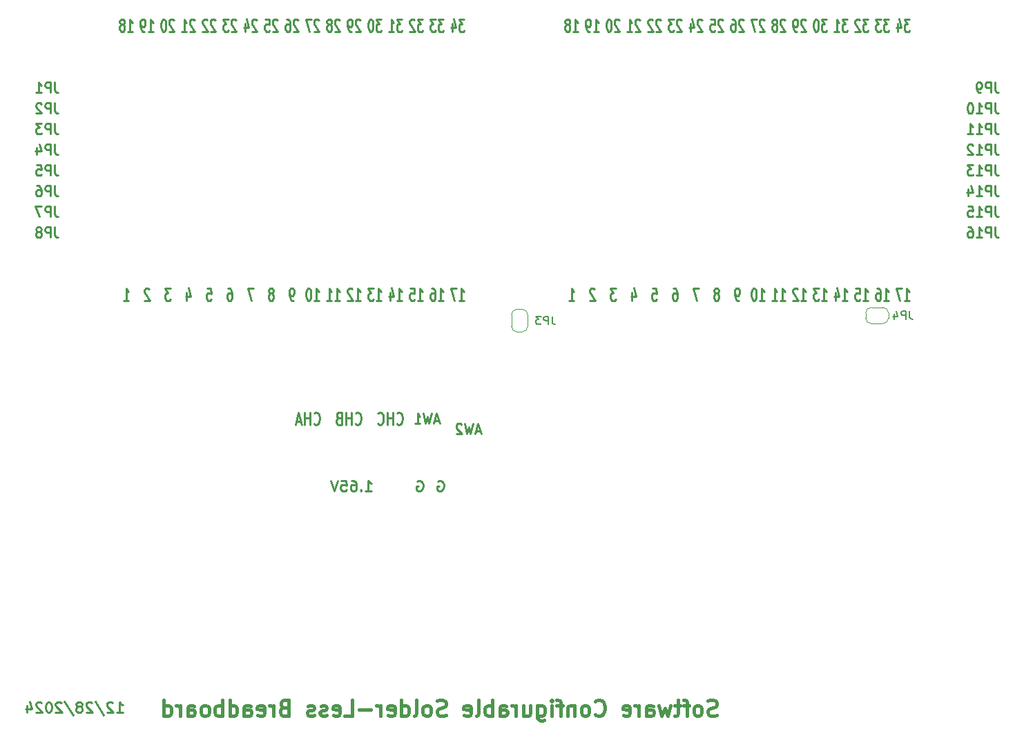
<source format=gbr>
%TF.GenerationSoftware,KiCad,Pcbnew,7.0.7*%
%TF.CreationDate,2025-01-28T12:58:34-05:00*%
%TF.ProjectId,cross-point-exp-brd-mini-smd,63726f73-732d-4706-9f69-6e742d657870,rev?*%
%TF.SameCoordinates,Original*%
%TF.FileFunction,Legend,Bot*%
%TF.FilePolarity,Positive*%
%FSLAX46Y46*%
G04 Gerber Fmt 4.6, Leading zero omitted, Abs format (unit mm)*
G04 Created by KiCad (PCBNEW 7.0.7) date 2025-01-28 12:58:34*
%MOMM*%
%LPD*%
G01*
G04 APERTURE LIST*
%ADD10C,0.254000*%
%ADD11C,0.381000*%
%ADD12C,0.228600*%
%ADD13C,0.150000*%
%ADD14C,0.120000*%
G04 APERTURE END LIST*
D10*
X194814180Y-67249318D02*
X194814180Y-68156461D01*
X194814180Y-68156461D02*
X194868609Y-68337889D01*
X194868609Y-68337889D02*
X194977466Y-68458842D01*
X194977466Y-68458842D02*
X195140752Y-68519318D01*
X195140752Y-68519318D02*
X195249609Y-68519318D01*
X194269895Y-68519318D02*
X194269895Y-67249318D01*
X194269895Y-67249318D02*
X193834466Y-67249318D01*
X193834466Y-67249318D02*
X193725609Y-67309794D01*
X193725609Y-67309794D02*
X193671180Y-67370270D01*
X193671180Y-67370270D02*
X193616752Y-67491222D01*
X193616752Y-67491222D02*
X193616752Y-67672651D01*
X193616752Y-67672651D02*
X193671180Y-67793603D01*
X193671180Y-67793603D02*
X193725609Y-67854080D01*
X193725609Y-67854080D02*
X193834466Y-67914556D01*
X193834466Y-67914556D02*
X194269895Y-67914556D01*
X193072466Y-68519318D02*
X192854752Y-68519318D01*
X192854752Y-68519318D02*
X192745895Y-68458842D01*
X192745895Y-68458842D02*
X192691466Y-68398365D01*
X192691466Y-68398365D02*
X192582609Y-68216937D01*
X192582609Y-68216937D02*
X192528180Y-67975032D01*
X192528180Y-67975032D02*
X192528180Y-67491222D01*
X192528180Y-67491222D02*
X192582609Y-67370270D01*
X192582609Y-67370270D02*
X192637038Y-67309794D01*
X192637038Y-67309794D02*
X192745895Y-67249318D01*
X192745895Y-67249318D02*
X192963609Y-67249318D01*
X192963609Y-67249318D02*
X193072466Y-67309794D01*
X193072466Y-67309794D02*
X193126895Y-67370270D01*
X193126895Y-67370270D02*
X193181323Y-67491222D01*
X193181323Y-67491222D02*
X193181323Y-67793603D01*
X193181323Y-67793603D02*
X193126895Y-67914556D01*
X193126895Y-67914556D02*
X193072466Y-67975032D01*
X193072466Y-67975032D02*
X192963609Y-68035508D01*
X192963609Y-68035508D02*
X192745895Y-68035508D01*
X192745895Y-68035508D02*
X192637038Y-67975032D01*
X192637038Y-67975032D02*
X192582609Y-67914556D01*
X192582609Y-67914556D02*
X192528180Y-67793603D01*
X194814180Y-79949318D02*
X194814180Y-80856461D01*
X194814180Y-80856461D02*
X194868609Y-81037889D01*
X194868609Y-81037889D02*
X194977466Y-81158842D01*
X194977466Y-81158842D02*
X195140752Y-81219318D01*
X195140752Y-81219318D02*
X195249609Y-81219318D01*
X194269895Y-81219318D02*
X194269895Y-79949318D01*
X194269895Y-79949318D02*
X193834466Y-79949318D01*
X193834466Y-79949318D02*
X193725609Y-80009794D01*
X193725609Y-80009794D02*
X193671180Y-80070270D01*
X193671180Y-80070270D02*
X193616752Y-80191222D01*
X193616752Y-80191222D02*
X193616752Y-80372651D01*
X193616752Y-80372651D02*
X193671180Y-80493603D01*
X193671180Y-80493603D02*
X193725609Y-80554080D01*
X193725609Y-80554080D02*
X193834466Y-80614556D01*
X193834466Y-80614556D02*
X194269895Y-80614556D01*
X192528180Y-81219318D02*
X193181323Y-81219318D01*
X192854752Y-81219318D02*
X192854752Y-79949318D01*
X192854752Y-79949318D02*
X192963609Y-80130746D01*
X192963609Y-80130746D02*
X193072466Y-80251699D01*
X193072466Y-80251699D02*
X193181323Y-80312175D01*
X191548467Y-80372651D02*
X191548467Y-81219318D01*
X191820609Y-79888842D02*
X192092752Y-80795984D01*
X192092752Y-80795984D02*
X191385181Y-80795984D01*
X79505818Y-72329318D02*
X79505818Y-73236461D01*
X79505818Y-73236461D02*
X79560247Y-73417889D01*
X79560247Y-73417889D02*
X79669104Y-73538842D01*
X79669104Y-73538842D02*
X79832390Y-73599318D01*
X79832390Y-73599318D02*
X79941247Y-73599318D01*
X78961533Y-73599318D02*
X78961533Y-72329318D01*
X78961533Y-72329318D02*
X78526104Y-72329318D01*
X78526104Y-72329318D02*
X78417247Y-72389794D01*
X78417247Y-72389794D02*
X78362818Y-72450270D01*
X78362818Y-72450270D02*
X78308390Y-72571222D01*
X78308390Y-72571222D02*
X78308390Y-72752651D01*
X78308390Y-72752651D02*
X78362818Y-72873603D01*
X78362818Y-72873603D02*
X78417247Y-72934080D01*
X78417247Y-72934080D02*
X78526104Y-72994556D01*
X78526104Y-72994556D02*
X78961533Y-72994556D01*
X77927390Y-72329318D02*
X77219818Y-72329318D01*
X77219818Y-72329318D02*
X77600818Y-72813127D01*
X77600818Y-72813127D02*
X77437533Y-72813127D01*
X77437533Y-72813127D02*
X77328676Y-72873603D01*
X77328676Y-72873603D02*
X77274247Y-72934080D01*
X77274247Y-72934080D02*
X77219818Y-73055032D01*
X77219818Y-73055032D02*
X77219818Y-73357413D01*
X77219818Y-73357413D02*
X77274247Y-73478365D01*
X77274247Y-73478365D02*
X77328676Y-73538842D01*
X77328676Y-73538842D02*
X77437533Y-73599318D01*
X77437533Y-73599318D02*
X77764104Y-73599318D01*
X77764104Y-73599318D02*
X77872961Y-73538842D01*
X77872961Y-73538842D02*
X77927390Y-73478365D01*
X194814180Y-69789318D02*
X194814180Y-70696461D01*
X194814180Y-70696461D02*
X194868609Y-70877889D01*
X194868609Y-70877889D02*
X194977466Y-70998842D01*
X194977466Y-70998842D02*
X195140752Y-71059318D01*
X195140752Y-71059318D02*
X195249609Y-71059318D01*
X194269895Y-71059318D02*
X194269895Y-69789318D01*
X194269895Y-69789318D02*
X193834466Y-69789318D01*
X193834466Y-69789318D02*
X193725609Y-69849794D01*
X193725609Y-69849794D02*
X193671180Y-69910270D01*
X193671180Y-69910270D02*
X193616752Y-70031222D01*
X193616752Y-70031222D02*
X193616752Y-70212651D01*
X193616752Y-70212651D02*
X193671180Y-70333603D01*
X193671180Y-70333603D02*
X193725609Y-70394080D01*
X193725609Y-70394080D02*
X193834466Y-70454556D01*
X193834466Y-70454556D02*
X194269895Y-70454556D01*
X192528180Y-71059318D02*
X193181323Y-71059318D01*
X192854752Y-71059318D02*
X192854752Y-69789318D01*
X192854752Y-69789318D02*
X192963609Y-69970746D01*
X192963609Y-69970746D02*
X193072466Y-70091699D01*
X193072466Y-70091699D02*
X193181323Y-70152175D01*
X191820609Y-69789318D02*
X191711752Y-69789318D01*
X191711752Y-69789318D02*
X191602895Y-69849794D01*
X191602895Y-69849794D02*
X191548467Y-69910270D01*
X191548467Y-69910270D02*
X191494038Y-70031222D01*
X191494038Y-70031222D02*
X191439609Y-70273127D01*
X191439609Y-70273127D02*
X191439609Y-70575508D01*
X191439609Y-70575508D02*
X191494038Y-70817413D01*
X191494038Y-70817413D02*
X191548467Y-70938365D01*
X191548467Y-70938365D02*
X191602895Y-70998842D01*
X191602895Y-70998842D02*
X191711752Y-71059318D01*
X191711752Y-71059318D02*
X191820609Y-71059318D01*
X191820609Y-71059318D02*
X191929467Y-70998842D01*
X191929467Y-70998842D02*
X191983895Y-70938365D01*
X191983895Y-70938365D02*
X192038324Y-70817413D01*
X192038324Y-70817413D02*
X192092752Y-70575508D01*
X192092752Y-70575508D02*
X192092752Y-70273127D01*
X192092752Y-70273127D02*
X192038324Y-70031222D01*
X192038324Y-70031222D02*
X191983895Y-69910270D01*
X191983895Y-69910270D02*
X191929467Y-69849794D01*
X191929467Y-69849794D02*
X191820609Y-69789318D01*
X194814180Y-72329318D02*
X194814180Y-73236461D01*
X194814180Y-73236461D02*
X194868609Y-73417889D01*
X194868609Y-73417889D02*
X194977466Y-73538842D01*
X194977466Y-73538842D02*
X195140752Y-73599318D01*
X195140752Y-73599318D02*
X195249609Y-73599318D01*
X194269895Y-73599318D02*
X194269895Y-72329318D01*
X194269895Y-72329318D02*
X193834466Y-72329318D01*
X193834466Y-72329318D02*
X193725609Y-72389794D01*
X193725609Y-72389794D02*
X193671180Y-72450270D01*
X193671180Y-72450270D02*
X193616752Y-72571222D01*
X193616752Y-72571222D02*
X193616752Y-72752651D01*
X193616752Y-72752651D02*
X193671180Y-72873603D01*
X193671180Y-72873603D02*
X193725609Y-72934080D01*
X193725609Y-72934080D02*
X193834466Y-72994556D01*
X193834466Y-72994556D02*
X194269895Y-72994556D01*
X192528180Y-73599318D02*
X193181323Y-73599318D01*
X192854752Y-73599318D02*
X192854752Y-72329318D01*
X192854752Y-72329318D02*
X192963609Y-72510746D01*
X192963609Y-72510746D02*
X193072466Y-72631699D01*
X193072466Y-72631699D02*
X193181323Y-72692175D01*
X191439609Y-73599318D02*
X192092752Y-73599318D01*
X191766181Y-73599318D02*
X191766181Y-72329318D01*
X191766181Y-72329318D02*
X191875038Y-72510746D01*
X191875038Y-72510746D02*
X191983895Y-72631699D01*
X191983895Y-72631699D02*
X192092752Y-72692175D01*
X194814180Y-85029318D02*
X194814180Y-85936461D01*
X194814180Y-85936461D02*
X194868609Y-86117889D01*
X194868609Y-86117889D02*
X194977466Y-86238842D01*
X194977466Y-86238842D02*
X195140752Y-86299318D01*
X195140752Y-86299318D02*
X195249609Y-86299318D01*
X194269895Y-86299318D02*
X194269895Y-85029318D01*
X194269895Y-85029318D02*
X193834466Y-85029318D01*
X193834466Y-85029318D02*
X193725609Y-85089794D01*
X193725609Y-85089794D02*
X193671180Y-85150270D01*
X193671180Y-85150270D02*
X193616752Y-85271222D01*
X193616752Y-85271222D02*
X193616752Y-85452651D01*
X193616752Y-85452651D02*
X193671180Y-85573603D01*
X193671180Y-85573603D02*
X193725609Y-85634080D01*
X193725609Y-85634080D02*
X193834466Y-85694556D01*
X193834466Y-85694556D02*
X194269895Y-85694556D01*
X192528180Y-86299318D02*
X193181323Y-86299318D01*
X192854752Y-86299318D02*
X192854752Y-85029318D01*
X192854752Y-85029318D02*
X192963609Y-85210746D01*
X192963609Y-85210746D02*
X193072466Y-85331699D01*
X193072466Y-85331699D02*
X193181323Y-85392175D01*
X191548467Y-85029318D02*
X191766181Y-85029318D01*
X191766181Y-85029318D02*
X191875038Y-85089794D01*
X191875038Y-85089794D02*
X191929467Y-85150270D01*
X191929467Y-85150270D02*
X192038324Y-85331699D01*
X192038324Y-85331699D02*
X192092752Y-85573603D01*
X192092752Y-85573603D02*
X192092752Y-86057413D01*
X192092752Y-86057413D02*
X192038324Y-86178365D01*
X192038324Y-86178365D02*
X191983895Y-86238842D01*
X191983895Y-86238842D02*
X191875038Y-86299318D01*
X191875038Y-86299318D02*
X191657324Y-86299318D01*
X191657324Y-86299318D02*
X191548467Y-86238842D01*
X191548467Y-86238842D02*
X191494038Y-86178365D01*
X191494038Y-86178365D02*
X191439609Y-86057413D01*
X191439609Y-86057413D02*
X191439609Y-85755032D01*
X191439609Y-85755032D02*
X191494038Y-85634080D01*
X191494038Y-85634080D02*
X191548467Y-85573603D01*
X191548467Y-85573603D02*
X191657324Y-85513127D01*
X191657324Y-85513127D02*
X191875038Y-85513127D01*
X191875038Y-85513127D02*
X191983895Y-85573603D01*
X191983895Y-85573603D02*
X192038324Y-85634080D01*
X192038324Y-85634080D02*
X192092752Y-85755032D01*
X79505818Y-85029318D02*
X79505818Y-85936461D01*
X79505818Y-85936461D02*
X79560247Y-86117889D01*
X79560247Y-86117889D02*
X79669104Y-86238842D01*
X79669104Y-86238842D02*
X79832390Y-86299318D01*
X79832390Y-86299318D02*
X79941247Y-86299318D01*
X78961533Y-86299318D02*
X78961533Y-85029318D01*
X78961533Y-85029318D02*
X78526104Y-85029318D01*
X78526104Y-85029318D02*
X78417247Y-85089794D01*
X78417247Y-85089794D02*
X78362818Y-85150270D01*
X78362818Y-85150270D02*
X78308390Y-85271222D01*
X78308390Y-85271222D02*
X78308390Y-85452651D01*
X78308390Y-85452651D02*
X78362818Y-85573603D01*
X78362818Y-85573603D02*
X78417247Y-85634080D01*
X78417247Y-85634080D02*
X78526104Y-85694556D01*
X78526104Y-85694556D02*
X78961533Y-85694556D01*
X77655247Y-85573603D02*
X77764104Y-85513127D01*
X77764104Y-85513127D02*
X77818533Y-85452651D01*
X77818533Y-85452651D02*
X77872961Y-85331699D01*
X77872961Y-85331699D02*
X77872961Y-85271222D01*
X77872961Y-85271222D02*
X77818533Y-85150270D01*
X77818533Y-85150270D02*
X77764104Y-85089794D01*
X77764104Y-85089794D02*
X77655247Y-85029318D01*
X77655247Y-85029318D02*
X77437533Y-85029318D01*
X77437533Y-85029318D02*
X77328676Y-85089794D01*
X77328676Y-85089794D02*
X77274247Y-85150270D01*
X77274247Y-85150270D02*
X77219818Y-85271222D01*
X77219818Y-85271222D02*
X77219818Y-85331699D01*
X77219818Y-85331699D02*
X77274247Y-85452651D01*
X77274247Y-85452651D02*
X77328676Y-85513127D01*
X77328676Y-85513127D02*
X77437533Y-85573603D01*
X77437533Y-85573603D02*
X77655247Y-85573603D01*
X77655247Y-85573603D02*
X77764104Y-85634080D01*
X77764104Y-85634080D02*
X77818533Y-85694556D01*
X77818533Y-85694556D02*
X77872961Y-85815508D01*
X77872961Y-85815508D02*
X77872961Y-86057413D01*
X77872961Y-86057413D02*
X77818533Y-86178365D01*
X77818533Y-86178365D02*
X77764104Y-86238842D01*
X77764104Y-86238842D02*
X77655247Y-86299318D01*
X77655247Y-86299318D02*
X77437533Y-86299318D01*
X77437533Y-86299318D02*
X77328676Y-86238842D01*
X77328676Y-86238842D02*
X77274247Y-86178365D01*
X77274247Y-86178365D02*
X77219818Y-86057413D01*
X77219818Y-86057413D02*
X77219818Y-85815508D01*
X77219818Y-85815508D02*
X77274247Y-85694556D01*
X77274247Y-85694556D02*
X77328676Y-85634080D01*
X77328676Y-85634080D02*
X77437533Y-85573603D01*
X79505818Y-67249318D02*
X79505818Y-68156461D01*
X79505818Y-68156461D02*
X79560247Y-68337889D01*
X79560247Y-68337889D02*
X79669104Y-68458842D01*
X79669104Y-68458842D02*
X79832390Y-68519318D01*
X79832390Y-68519318D02*
X79941247Y-68519318D01*
X78961533Y-68519318D02*
X78961533Y-67249318D01*
X78961533Y-67249318D02*
X78526104Y-67249318D01*
X78526104Y-67249318D02*
X78417247Y-67309794D01*
X78417247Y-67309794D02*
X78362818Y-67370270D01*
X78362818Y-67370270D02*
X78308390Y-67491222D01*
X78308390Y-67491222D02*
X78308390Y-67672651D01*
X78308390Y-67672651D02*
X78362818Y-67793603D01*
X78362818Y-67793603D02*
X78417247Y-67854080D01*
X78417247Y-67854080D02*
X78526104Y-67914556D01*
X78526104Y-67914556D02*
X78961533Y-67914556D01*
X77219818Y-68519318D02*
X77872961Y-68519318D01*
X77546390Y-68519318D02*
X77546390Y-67249318D01*
X77546390Y-67249318D02*
X77655247Y-67430746D01*
X77655247Y-67430746D02*
X77764104Y-67551699D01*
X77764104Y-67551699D02*
X77872961Y-67612175D01*
X116382609Y-109131680D02*
X116437037Y-109204252D01*
X116437037Y-109204252D02*
X116600323Y-109276823D01*
X116600323Y-109276823D02*
X116709180Y-109276823D01*
X116709180Y-109276823D02*
X116872466Y-109204252D01*
X116872466Y-109204252D02*
X116981323Y-109059109D01*
X116981323Y-109059109D02*
X117035752Y-108913966D01*
X117035752Y-108913966D02*
X117090180Y-108623680D01*
X117090180Y-108623680D02*
X117090180Y-108405966D01*
X117090180Y-108405966D02*
X117035752Y-108115680D01*
X117035752Y-108115680D02*
X116981323Y-107970537D01*
X116981323Y-107970537D02*
X116872466Y-107825394D01*
X116872466Y-107825394D02*
X116709180Y-107752823D01*
X116709180Y-107752823D02*
X116600323Y-107752823D01*
X116600323Y-107752823D02*
X116437037Y-107825394D01*
X116437037Y-107825394D02*
X116382609Y-107897966D01*
X115892752Y-109276823D02*
X115892752Y-107752823D01*
X115892752Y-108478537D02*
X115239609Y-108478537D01*
X115239609Y-109276823D02*
X115239609Y-107752823D01*
X114314323Y-108478537D02*
X114151037Y-108551109D01*
X114151037Y-108551109D02*
X114096608Y-108623680D01*
X114096608Y-108623680D02*
X114042180Y-108768823D01*
X114042180Y-108768823D02*
X114042180Y-108986537D01*
X114042180Y-108986537D02*
X114096608Y-109131680D01*
X114096608Y-109131680D02*
X114151037Y-109204252D01*
X114151037Y-109204252D02*
X114259894Y-109276823D01*
X114259894Y-109276823D02*
X114695323Y-109276823D01*
X114695323Y-109276823D02*
X114695323Y-107752823D01*
X114695323Y-107752823D02*
X114314323Y-107752823D01*
X114314323Y-107752823D02*
X114205466Y-107825394D01*
X114205466Y-107825394D02*
X114151037Y-107897966D01*
X114151037Y-107897966D02*
X114096608Y-108043109D01*
X114096608Y-108043109D02*
X114096608Y-108188252D01*
X114096608Y-108188252D02*
X114151037Y-108333394D01*
X114151037Y-108333394D02*
X114205466Y-108405966D01*
X114205466Y-108405966D02*
X114314323Y-108478537D01*
X114314323Y-108478537D02*
X114695323Y-108478537D01*
D11*
X160676485Y-144915763D02*
X160404343Y-145006477D01*
X160404343Y-145006477D02*
X159950771Y-145006477D01*
X159950771Y-145006477D02*
X159769343Y-144915763D01*
X159769343Y-144915763D02*
X159678628Y-144825048D01*
X159678628Y-144825048D02*
X159587914Y-144643620D01*
X159587914Y-144643620D02*
X159587914Y-144462191D01*
X159587914Y-144462191D02*
X159678628Y-144280763D01*
X159678628Y-144280763D02*
X159769343Y-144190048D01*
X159769343Y-144190048D02*
X159950771Y-144099334D01*
X159950771Y-144099334D02*
X160313628Y-144008620D01*
X160313628Y-144008620D02*
X160495057Y-143917905D01*
X160495057Y-143917905D02*
X160585771Y-143827191D01*
X160585771Y-143827191D02*
X160676485Y-143645763D01*
X160676485Y-143645763D02*
X160676485Y-143464334D01*
X160676485Y-143464334D02*
X160585771Y-143282905D01*
X160585771Y-143282905D02*
X160495057Y-143192191D01*
X160495057Y-143192191D02*
X160313628Y-143101477D01*
X160313628Y-143101477D02*
X159860057Y-143101477D01*
X159860057Y-143101477D02*
X159587914Y-143192191D01*
X158499342Y-145006477D02*
X158680771Y-144915763D01*
X158680771Y-144915763D02*
X158771485Y-144825048D01*
X158771485Y-144825048D02*
X158862199Y-144643620D01*
X158862199Y-144643620D02*
X158862199Y-144099334D01*
X158862199Y-144099334D02*
X158771485Y-143917905D01*
X158771485Y-143917905D02*
X158680771Y-143827191D01*
X158680771Y-143827191D02*
X158499342Y-143736477D01*
X158499342Y-143736477D02*
X158227199Y-143736477D01*
X158227199Y-143736477D02*
X158045771Y-143827191D01*
X158045771Y-143827191D02*
X157955057Y-143917905D01*
X157955057Y-143917905D02*
X157864342Y-144099334D01*
X157864342Y-144099334D02*
X157864342Y-144643620D01*
X157864342Y-144643620D02*
X157955057Y-144825048D01*
X157955057Y-144825048D02*
X158045771Y-144915763D01*
X158045771Y-144915763D02*
X158227199Y-145006477D01*
X158227199Y-145006477D02*
X158499342Y-145006477D01*
X157320057Y-143736477D02*
X156594343Y-143736477D01*
X157047914Y-145006477D02*
X157047914Y-143373620D01*
X157047914Y-143373620D02*
X156957200Y-143192191D01*
X156957200Y-143192191D02*
X156775771Y-143101477D01*
X156775771Y-143101477D02*
X156594343Y-143101477D01*
X156231486Y-143736477D02*
X155505772Y-143736477D01*
X155959343Y-143101477D02*
X155959343Y-144734334D01*
X155959343Y-144734334D02*
X155868629Y-144915763D01*
X155868629Y-144915763D02*
X155687200Y-145006477D01*
X155687200Y-145006477D02*
X155505772Y-145006477D01*
X155052201Y-143736477D02*
X154689344Y-145006477D01*
X154689344Y-145006477D02*
X154326486Y-144099334D01*
X154326486Y-144099334D02*
X153963629Y-145006477D01*
X153963629Y-145006477D02*
X153600772Y-143736477D01*
X152058630Y-145006477D02*
X152058630Y-144008620D01*
X152058630Y-144008620D02*
X152149344Y-143827191D01*
X152149344Y-143827191D02*
X152330772Y-143736477D01*
X152330772Y-143736477D02*
X152693630Y-143736477D01*
X152693630Y-143736477D02*
X152875058Y-143827191D01*
X152058630Y-144915763D02*
X152240058Y-145006477D01*
X152240058Y-145006477D02*
X152693630Y-145006477D01*
X152693630Y-145006477D02*
X152875058Y-144915763D01*
X152875058Y-144915763D02*
X152965772Y-144734334D01*
X152965772Y-144734334D02*
X152965772Y-144552905D01*
X152965772Y-144552905D02*
X152875058Y-144371477D01*
X152875058Y-144371477D02*
X152693630Y-144280763D01*
X152693630Y-144280763D02*
X152240058Y-144280763D01*
X152240058Y-144280763D02*
X152058630Y-144190048D01*
X151151487Y-145006477D02*
X151151487Y-143736477D01*
X151151487Y-144099334D02*
X151060773Y-143917905D01*
X151060773Y-143917905D02*
X150970059Y-143827191D01*
X150970059Y-143827191D02*
X150788630Y-143736477D01*
X150788630Y-143736477D02*
X150607201Y-143736477D01*
X149246487Y-144915763D02*
X149427915Y-145006477D01*
X149427915Y-145006477D02*
X149790773Y-145006477D01*
X149790773Y-145006477D02*
X149972201Y-144915763D01*
X149972201Y-144915763D02*
X150062915Y-144734334D01*
X150062915Y-144734334D02*
X150062915Y-144008620D01*
X150062915Y-144008620D02*
X149972201Y-143827191D01*
X149972201Y-143827191D02*
X149790773Y-143736477D01*
X149790773Y-143736477D02*
X149427915Y-143736477D01*
X149427915Y-143736477D02*
X149246487Y-143827191D01*
X149246487Y-143827191D02*
X149155773Y-144008620D01*
X149155773Y-144008620D02*
X149155773Y-144190048D01*
X149155773Y-144190048D02*
X150062915Y-144371477D01*
X145799344Y-144825048D02*
X145890058Y-144915763D01*
X145890058Y-144915763D02*
X146162201Y-145006477D01*
X146162201Y-145006477D02*
X146343629Y-145006477D01*
X146343629Y-145006477D02*
X146615772Y-144915763D01*
X146615772Y-144915763D02*
X146797201Y-144734334D01*
X146797201Y-144734334D02*
X146887915Y-144552905D01*
X146887915Y-144552905D02*
X146978629Y-144190048D01*
X146978629Y-144190048D02*
X146978629Y-143917905D01*
X146978629Y-143917905D02*
X146887915Y-143555048D01*
X146887915Y-143555048D02*
X146797201Y-143373620D01*
X146797201Y-143373620D02*
X146615772Y-143192191D01*
X146615772Y-143192191D02*
X146343629Y-143101477D01*
X146343629Y-143101477D02*
X146162201Y-143101477D01*
X146162201Y-143101477D02*
X145890058Y-143192191D01*
X145890058Y-143192191D02*
X145799344Y-143282905D01*
X144710772Y-145006477D02*
X144892201Y-144915763D01*
X144892201Y-144915763D02*
X144982915Y-144825048D01*
X144982915Y-144825048D02*
X145073629Y-144643620D01*
X145073629Y-144643620D02*
X145073629Y-144099334D01*
X145073629Y-144099334D02*
X144982915Y-143917905D01*
X144982915Y-143917905D02*
X144892201Y-143827191D01*
X144892201Y-143827191D02*
X144710772Y-143736477D01*
X144710772Y-143736477D02*
X144438629Y-143736477D01*
X144438629Y-143736477D02*
X144257201Y-143827191D01*
X144257201Y-143827191D02*
X144166487Y-143917905D01*
X144166487Y-143917905D02*
X144075772Y-144099334D01*
X144075772Y-144099334D02*
X144075772Y-144643620D01*
X144075772Y-144643620D02*
X144166487Y-144825048D01*
X144166487Y-144825048D02*
X144257201Y-144915763D01*
X144257201Y-144915763D02*
X144438629Y-145006477D01*
X144438629Y-145006477D02*
X144710772Y-145006477D01*
X143259344Y-143736477D02*
X143259344Y-145006477D01*
X143259344Y-143917905D02*
X143168630Y-143827191D01*
X143168630Y-143827191D02*
X142987201Y-143736477D01*
X142987201Y-143736477D02*
X142715058Y-143736477D01*
X142715058Y-143736477D02*
X142533630Y-143827191D01*
X142533630Y-143827191D02*
X142442916Y-144008620D01*
X142442916Y-144008620D02*
X142442916Y-145006477D01*
X141807916Y-143736477D02*
X141082202Y-143736477D01*
X141535773Y-145006477D02*
X141535773Y-143373620D01*
X141535773Y-143373620D02*
X141445059Y-143192191D01*
X141445059Y-143192191D02*
X141263630Y-143101477D01*
X141263630Y-143101477D02*
X141082202Y-143101477D01*
X140447202Y-145006477D02*
X140447202Y-143736477D01*
X140447202Y-143101477D02*
X140537916Y-143192191D01*
X140537916Y-143192191D02*
X140447202Y-143282905D01*
X140447202Y-143282905D02*
X140356488Y-143192191D01*
X140356488Y-143192191D02*
X140447202Y-143101477D01*
X140447202Y-143101477D02*
X140447202Y-143282905D01*
X138723631Y-143736477D02*
X138723631Y-145278620D01*
X138723631Y-145278620D02*
X138814345Y-145460048D01*
X138814345Y-145460048D02*
X138905059Y-145550763D01*
X138905059Y-145550763D02*
X139086488Y-145641477D01*
X139086488Y-145641477D02*
X139358631Y-145641477D01*
X139358631Y-145641477D02*
X139540059Y-145550763D01*
X138723631Y-144915763D02*
X138905059Y-145006477D01*
X138905059Y-145006477D02*
X139267916Y-145006477D01*
X139267916Y-145006477D02*
X139449345Y-144915763D01*
X139449345Y-144915763D02*
X139540059Y-144825048D01*
X139540059Y-144825048D02*
X139630773Y-144643620D01*
X139630773Y-144643620D02*
X139630773Y-144099334D01*
X139630773Y-144099334D02*
X139540059Y-143917905D01*
X139540059Y-143917905D02*
X139449345Y-143827191D01*
X139449345Y-143827191D02*
X139267916Y-143736477D01*
X139267916Y-143736477D02*
X138905059Y-143736477D01*
X138905059Y-143736477D02*
X138723631Y-143827191D01*
X137000060Y-143736477D02*
X137000060Y-145006477D01*
X137816488Y-143736477D02*
X137816488Y-144734334D01*
X137816488Y-144734334D02*
X137725774Y-144915763D01*
X137725774Y-144915763D02*
X137544345Y-145006477D01*
X137544345Y-145006477D02*
X137272202Y-145006477D01*
X137272202Y-145006477D02*
X137090774Y-144915763D01*
X137090774Y-144915763D02*
X137000060Y-144825048D01*
X136092917Y-145006477D02*
X136092917Y-143736477D01*
X136092917Y-144099334D02*
X136002203Y-143917905D01*
X136002203Y-143917905D02*
X135911489Y-143827191D01*
X135911489Y-143827191D02*
X135730060Y-143736477D01*
X135730060Y-143736477D02*
X135548631Y-143736477D01*
X134097203Y-145006477D02*
X134097203Y-144008620D01*
X134097203Y-144008620D02*
X134187917Y-143827191D01*
X134187917Y-143827191D02*
X134369345Y-143736477D01*
X134369345Y-143736477D02*
X134732203Y-143736477D01*
X134732203Y-143736477D02*
X134913631Y-143827191D01*
X134097203Y-144915763D02*
X134278631Y-145006477D01*
X134278631Y-145006477D02*
X134732203Y-145006477D01*
X134732203Y-145006477D02*
X134913631Y-144915763D01*
X134913631Y-144915763D02*
X135004345Y-144734334D01*
X135004345Y-144734334D02*
X135004345Y-144552905D01*
X135004345Y-144552905D02*
X134913631Y-144371477D01*
X134913631Y-144371477D02*
X134732203Y-144280763D01*
X134732203Y-144280763D02*
X134278631Y-144280763D01*
X134278631Y-144280763D02*
X134097203Y-144190048D01*
X133190060Y-145006477D02*
X133190060Y-143101477D01*
X133190060Y-143827191D02*
X133008632Y-143736477D01*
X133008632Y-143736477D02*
X132645774Y-143736477D01*
X132645774Y-143736477D02*
X132464346Y-143827191D01*
X132464346Y-143827191D02*
X132373632Y-143917905D01*
X132373632Y-143917905D02*
X132282917Y-144099334D01*
X132282917Y-144099334D02*
X132282917Y-144643620D01*
X132282917Y-144643620D02*
X132373632Y-144825048D01*
X132373632Y-144825048D02*
X132464346Y-144915763D01*
X132464346Y-144915763D02*
X132645774Y-145006477D01*
X132645774Y-145006477D02*
X133008632Y-145006477D01*
X133008632Y-145006477D02*
X133190060Y-144915763D01*
X131194346Y-145006477D02*
X131375775Y-144915763D01*
X131375775Y-144915763D02*
X131466489Y-144734334D01*
X131466489Y-144734334D02*
X131466489Y-143101477D01*
X129742918Y-144915763D02*
X129924346Y-145006477D01*
X129924346Y-145006477D02*
X130287204Y-145006477D01*
X130287204Y-145006477D02*
X130468632Y-144915763D01*
X130468632Y-144915763D02*
X130559346Y-144734334D01*
X130559346Y-144734334D02*
X130559346Y-144008620D01*
X130559346Y-144008620D02*
X130468632Y-143827191D01*
X130468632Y-143827191D02*
X130287204Y-143736477D01*
X130287204Y-143736477D02*
X129924346Y-143736477D01*
X129924346Y-143736477D02*
X129742918Y-143827191D01*
X129742918Y-143827191D02*
X129652204Y-144008620D01*
X129652204Y-144008620D02*
X129652204Y-144190048D01*
X129652204Y-144190048D02*
X130559346Y-144371477D01*
X127475060Y-144915763D02*
X127202918Y-145006477D01*
X127202918Y-145006477D02*
X126749346Y-145006477D01*
X126749346Y-145006477D02*
X126567918Y-144915763D01*
X126567918Y-144915763D02*
X126477203Y-144825048D01*
X126477203Y-144825048D02*
X126386489Y-144643620D01*
X126386489Y-144643620D02*
X126386489Y-144462191D01*
X126386489Y-144462191D02*
X126477203Y-144280763D01*
X126477203Y-144280763D02*
X126567918Y-144190048D01*
X126567918Y-144190048D02*
X126749346Y-144099334D01*
X126749346Y-144099334D02*
X127112203Y-144008620D01*
X127112203Y-144008620D02*
X127293632Y-143917905D01*
X127293632Y-143917905D02*
X127384346Y-143827191D01*
X127384346Y-143827191D02*
X127475060Y-143645763D01*
X127475060Y-143645763D02*
X127475060Y-143464334D01*
X127475060Y-143464334D02*
X127384346Y-143282905D01*
X127384346Y-143282905D02*
X127293632Y-143192191D01*
X127293632Y-143192191D02*
X127112203Y-143101477D01*
X127112203Y-143101477D02*
X126658632Y-143101477D01*
X126658632Y-143101477D02*
X126386489Y-143192191D01*
X125297917Y-145006477D02*
X125479346Y-144915763D01*
X125479346Y-144915763D02*
X125570060Y-144825048D01*
X125570060Y-144825048D02*
X125660774Y-144643620D01*
X125660774Y-144643620D02*
X125660774Y-144099334D01*
X125660774Y-144099334D02*
X125570060Y-143917905D01*
X125570060Y-143917905D02*
X125479346Y-143827191D01*
X125479346Y-143827191D02*
X125297917Y-143736477D01*
X125297917Y-143736477D02*
X125025774Y-143736477D01*
X125025774Y-143736477D02*
X124844346Y-143827191D01*
X124844346Y-143827191D02*
X124753632Y-143917905D01*
X124753632Y-143917905D02*
X124662917Y-144099334D01*
X124662917Y-144099334D02*
X124662917Y-144643620D01*
X124662917Y-144643620D02*
X124753632Y-144825048D01*
X124753632Y-144825048D02*
X124844346Y-144915763D01*
X124844346Y-144915763D02*
X125025774Y-145006477D01*
X125025774Y-145006477D02*
X125297917Y-145006477D01*
X123574346Y-145006477D02*
X123755775Y-144915763D01*
X123755775Y-144915763D02*
X123846489Y-144734334D01*
X123846489Y-144734334D02*
X123846489Y-143101477D01*
X122032204Y-145006477D02*
X122032204Y-143101477D01*
X122032204Y-144915763D02*
X122213632Y-145006477D01*
X122213632Y-145006477D02*
X122576489Y-145006477D01*
X122576489Y-145006477D02*
X122757918Y-144915763D01*
X122757918Y-144915763D02*
X122848632Y-144825048D01*
X122848632Y-144825048D02*
X122939346Y-144643620D01*
X122939346Y-144643620D02*
X122939346Y-144099334D01*
X122939346Y-144099334D02*
X122848632Y-143917905D01*
X122848632Y-143917905D02*
X122757918Y-143827191D01*
X122757918Y-143827191D02*
X122576489Y-143736477D01*
X122576489Y-143736477D02*
X122213632Y-143736477D01*
X122213632Y-143736477D02*
X122032204Y-143827191D01*
X120399347Y-144915763D02*
X120580775Y-145006477D01*
X120580775Y-145006477D02*
X120943633Y-145006477D01*
X120943633Y-145006477D02*
X121125061Y-144915763D01*
X121125061Y-144915763D02*
X121215775Y-144734334D01*
X121215775Y-144734334D02*
X121215775Y-144008620D01*
X121215775Y-144008620D02*
X121125061Y-143827191D01*
X121125061Y-143827191D02*
X120943633Y-143736477D01*
X120943633Y-143736477D02*
X120580775Y-143736477D01*
X120580775Y-143736477D02*
X120399347Y-143827191D01*
X120399347Y-143827191D02*
X120308633Y-144008620D01*
X120308633Y-144008620D02*
X120308633Y-144190048D01*
X120308633Y-144190048D02*
X121215775Y-144371477D01*
X119492204Y-145006477D02*
X119492204Y-143736477D01*
X119492204Y-144099334D02*
X119401490Y-143917905D01*
X119401490Y-143917905D02*
X119310776Y-143827191D01*
X119310776Y-143827191D02*
X119129347Y-143736477D01*
X119129347Y-143736477D02*
X118947918Y-143736477D01*
X118312918Y-144280763D02*
X116861490Y-144280763D01*
X115047204Y-145006477D02*
X115954347Y-145006477D01*
X115954347Y-145006477D02*
X115954347Y-143101477D01*
X113686490Y-144915763D02*
X113867918Y-145006477D01*
X113867918Y-145006477D02*
X114230776Y-145006477D01*
X114230776Y-145006477D02*
X114412204Y-144915763D01*
X114412204Y-144915763D02*
X114502918Y-144734334D01*
X114502918Y-144734334D02*
X114502918Y-144008620D01*
X114502918Y-144008620D02*
X114412204Y-143827191D01*
X114412204Y-143827191D02*
X114230776Y-143736477D01*
X114230776Y-143736477D02*
X113867918Y-143736477D01*
X113867918Y-143736477D02*
X113686490Y-143827191D01*
X113686490Y-143827191D02*
X113595776Y-144008620D01*
X113595776Y-144008620D02*
X113595776Y-144190048D01*
X113595776Y-144190048D02*
X114502918Y-144371477D01*
X112870061Y-144915763D02*
X112688633Y-145006477D01*
X112688633Y-145006477D02*
X112325776Y-145006477D01*
X112325776Y-145006477D02*
X112144347Y-144915763D01*
X112144347Y-144915763D02*
X112053633Y-144734334D01*
X112053633Y-144734334D02*
X112053633Y-144643620D01*
X112053633Y-144643620D02*
X112144347Y-144462191D01*
X112144347Y-144462191D02*
X112325776Y-144371477D01*
X112325776Y-144371477D02*
X112597919Y-144371477D01*
X112597919Y-144371477D02*
X112779347Y-144280763D01*
X112779347Y-144280763D02*
X112870061Y-144099334D01*
X112870061Y-144099334D02*
X112870061Y-144008620D01*
X112870061Y-144008620D02*
X112779347Y-143827191D01*
X112779347Y-143827191D02*
X112597919Y-143736477D01*
X112597919Y-143736477D02*
X112325776Y-143736477D01*
X112325776Y-143736477D02*
X112144347Y-143827191D01*
X111327918Y-144915763D02*
X111146490Y-145006477D01*
X111146490Y-145006477D02*
X110783633Y-145006477D01*
X110783633Y-145006477D02*
X110602204Y-144915763D01*
X110602204Y-144915763D02*
X110511490Y-144734334D01*
X110511490Y-144734334D02*
X110511490Y-144643620D01*
X110511490Y-144643620D02*
X110602204Y-144462191D01*
X110602204Y-144462191D02*
X110783633Y-144371477D01*
X110783633Y-144371477D02*
X111055776Y-144371477D01*
X111055776Y-144371477D02*
X111237204Y-144280763D01*
X111237204Y-144280763D02*
X111327918Y-144099334D01*
X111327918Y-144099334D02*
X111327918Y-144008620D01*
X111327918Y-144008620D02*
X111237204Y-143827191D01*
X111237204Y-143827191D02*
X111055776Y-143736477D01*
X111055776Y-143736477D02*
X110783633Y-143736477D01*
X110783633Y-143736477D02*
X110602204Y-143827191D01*
X107608632Y-144008620D02*
X107336489Y-144099334D01*
X107336489Y-144099334D02*
X107245775Y-144190048D01*
X107245775Y-144190048D02*
X107155061Y-144371477D01*
X107155061Y-144371477D02*
X107155061Y-144643620D01*
X107155061Y-144643620D02*
X107245775Y-144825048D01*
X107245775Y-144825048D02*
X107336489Y-144915763D01*
X107336489Y-144915763D02*
X107517918Y-145006477D01*
X107517918Y-145006477D02*
X108243632Y-145006477D01*
X108243632Y-145006477D02*
X108243632Y-143101477D01*
X108243632Y-143101477D02*
X107608632Y-143101477D01*
X107608632Y-143101477D02*
X107427204Y-143192191D01*
X107427204Y-143192191D02*
X107336489Y-143282905D01*
X107336489Y-143282905D02*
X107245775Y-143464334D01*
X107245775Y-143464334D02*
X107245775Y-143645763D01*
X107245775Y-143645763D02*
X107336489Y-143827191D01*
X107336489Y-143827191D02*
X107427204Y-143917905D01*
X107427204Y-143917905D02*
X107608632Y-144008620D01*
X107608632Y-144008620D02*
X108243632Y-144008620D01*
X106338632Y-145006477D02*
X106338632Y-143736477D01*
X106338632Y-144099334D02*
X106247918Y-143917905D01*
X106247918Y-143917905D02*
X106157204Y-143827191D01*
X106157204Y-143827191D02*
X105975775Y-143736477D01*
X105975775Y-143736477D02*
X105794346Y-143736477D01*
X104433632Y-144915763D02*
X104615060Y-145006477D01*
X104615060Y-145006477D02*
X104977918Y-145006477D01*
X104977918Y-145006477D02*
X105159346Y-144915763D01*
X105159346Y-144915763D02*
X105250060Y-144734334D01*
X105250060Y-144734334D02*
X105250060Y-144008620D01*
X105250060Y-144008620D02*
X105159346Y-143827191D01*
X105159346Y-143827191D02*
X104977918Y-143736477D01*
X104977918Y-143736477D02*
X104615060Y-143736477D01*
X104615060Y-143736477D02*
X104433632Y-143827191D01*
X104433632Y-143827191D02*
X104342918Y-144008620D01*
X104342918Y-144008620D02*
X104342918Y-144190048D01*
X104342918Y-144190048D02*
X105250060Y-144371477D01*
X102710061Y-145006477D02*
X102710061Y-144008620D01*
X102710061Y-144008620D02*
X102800775Y-143827191D01*
X102800775Y-143827191D02*
X102982203Y-143736477D01*
X102982203Y-143736477D02*
X103345061Y-143736477D01*
X103345061Y-143736477D02*
X103526489Y-143827191D01*
X102710061Y-144915763D02*
X102891489Y-145006477D01*
X102891489Y-145006477D02*
X103345061Y-145006477D01*
X103345061Y-145006477D02*
X103526489Y-144915763D01*
X103526489Y-144915763D02*
X103617203Y-144734334D01*
X103617203Y-144734334D02*
X103617203Y-144552905D01*
X103617203Y-144552905D02*
X103526489Y-144371477D01*
X103526489Y-144371477D02*
X103345061Y-144280763D01*
X103345061Y-144280763D02*
X102891489Y-144280763D01*
X102891489Y-144280763D02*
X102710061Y-144190048D01*
X100986490Y-145006477D02*
X100986490Y-143101477D01*
X100986490Y-144915763D02*
X101167918Y-145006477D01*
X101167918Y-145006477D02*
X101530775Y-145006477D01*
X101530775Y-145006477D02*
X101712204Y-144915763D01*
X101712204Y-144915763D02*
X101802918Y-144825048D01*
X101802918Y-144825048D02*
X101893632Y-144643620D01*
X101893632Y-144643620D02*
X101893632Y-144099334D01*
X101893632Y-144099334D02*
X101802918Y-143917905D01*
X101802918Y-143917905D02*
X101712204Y-143827191D01*
X101712204Y-143827191D02*
X101530775Y-143736477D01*
X101530775Y-143736477D02*
X101167918Y-143736477D01*
X101167918Y-143736477D02*
X100986490Y-143827191D01*
X100079347Y-145006477D02*
X100079347Y-143101477D01*
X100079347Y-143827191D02*
X99897919Y-143736477D01*
X99897919Y-143736477D02*
X99535061Y-143736477D01*
X99535061Y-143736477D02*
X99353633Y-143827191D01*
X99353633Y-143827191D02*
X99262919Y-143917905D01*
X99262919Y-143917905D02*
X99172204Y-144099334D01*
X99172204Y-144099334D02*
X99172204Y-144643620D01*
X99172204Y-144643620D02*
X99262919Y-144825048D01*
X99262919Y-144825048D02*
X99353633Y-144915763D01*
X99353633Y-144915763D02*
X99535061Y-145006477D01*
X99535061Y-145006477D02*
X99897919Y-145006477D01*
X99897919Y-145006477D02*
X100079347Y-144915763D01*
X98083633Y-145006477D02*
X98265062Y-144915763D01*
X98265062Y-144915763D02*
X98355776Y-144825048D01*
X98355776Y-144825048D02*
X98446490Y-144643620D01*
X98446490Y-144643620D02*
X98446490Y-144099334D01*
X98446490Y-144099334D02*
X98355776Y-143917905D01*
X98355776Y-143917905D02*
X98265062Y-143827191D01*
X98265062Y-143827191D02*
X98083633Y-143736477D01*
X98083633Y-143736477D02*
X97811490Y-143736477D01*
X97811490Y-143736477D02*
X97630062Y-143827191D01*
X97630062Y-143827191D02*
X97539348Y-143917905D01*
X97539348Y-143917905D02*
X97448633Y-144099334D01*
X97448633Y-144099334D02*
X97448633Y-144643620D01*
X97448633Y-144643620D02*
X97539348Y-144825048D01*
X97539348Y-144825048D02*
X97630062Y-144915763D01*
X97630062Y-144915763D02*
X97811490Y-145006477D01*
X97811490Y-145006477D02*
X98083633Y-145006477D01*
X95815777Y-145006477D02*
X95815777Y-144008620D01*
X95815777Y-144008620D02*
X95906491Y-143827191D01*
X95906491Y-143827191D02*
X96087919Y-143736477D01*
X96087919Y-143736477D02*
X96450777Y-143736477D01*
X96450777Y-143736477D02*
X96632205Y-143827191D01*
X95815777Y-144915763D02*
X95997205Y-145006477D01*
X95997205Y-145006477D02*
X96450777Y-145006477D01*
X96450777Y-145006477D02*
X96632205Y-144915763D01*
X96632205Y-144915763D02*
X96722919Y-144734334D01*
X96722919Y-144734334D02*
X96722919Y-144552905D01*
X96722919Y-144552905D02*
X96632205Y-144371477D01*
X96632205Y-144371477D02*
X96450777Y-144280763D01*
X96450777Y-144280763D02*
X95997205Y-144280763D01*
X95997205Y-144280763D02*
X95815777Y-144190048D01*
X94908634Y-145006477D02*
X94908634Y-143736477D01*
X94908634Y-144099334D02*
X94817920Y-143917905D01*
X94817920Y-143917905D02*
X94727206Y-143827191D01*
X94727206Y-143827191D02*
X94545777Y-143736477D01*
X94545777Y-143736477D02*
X94364348Y-143736477D01*
X92912920Y-145006477D02*
X92912920Y-143101477D01*
X92912920Y-144915763D02*
X93094348Y-145006477D01*
X93094348Y-145006477D02*
X93457205Y-145006477D01*
X93457205Y-145006477D02*
X93638634Y-144915763D01*
X93638634Y-144915763D02*
X93729348Y-144825048D01*
X93729348Y-144825048D02*
X93820062Y-144643620D01*
X93820062Y-144643620D02*
X93820062Y-144099334D01*
X93820062Y-144099334D02*
X93729348Y-143917905D01*
X93729348Y-143917905D02*
X93638634Y-143827191D01*
X93638634Y-143827191D02*
X93457205Y-143736477D01*
X93457205Y-143736477D02*
X93094348Y-143736477D01*
X93094348Y-143736477D02*
X92912920Y-143827191D01*
D10*
X126500275Y-116204794D02*
X126621228Y-116144318D01*
X126621228Y-116144318D02*
X126802656Y-116144318D01*
X126802656Y-116144318D02*
X126984085Y-116204794D01*
X126984085Y-116204794D02*
X127105037Y-116325746D01*
X127105037Y-116325746D02*
X127165514Y-116446699D01*
X127165514Y-116446699D02*
X127225990Y-116688603D01*
X127225990Y-116688603D02*
X127225990Y-116870032D01*
X127225990Y-116870032D02*
X127165514Y-117111937D01*
X127165514Y-117111937D02*
X127105037Y-117232889D01*
X127105037Y-117232889D02*
X126984085Y-117353842D01*
X126984085Y-117353842D02*
X126802656Y-117414318D01*
X126802656Y-117414318D02*
X126681704Y-117414318D01*
X126681704Y-117414318D02*
X126500275Y-117353842D01*
X126500275Y-117353842D02*
X126439799Y-117293365D01*
X126439799Y-117293365D02*
X126439799Y-116870032D01*
X126439799Y-116870032D02*
X126681704Y-116870032D01*
X131695180Y-110066461D02*
X131150895Y-110066461D01*
X131804037Y-110429318D02*
X131423037Y-109159318D01*
X131423037Y-109159318D02*
X131042037Y-110429318D01*
X130769895Y-109159318D02*
X130497752Y-110429318D01*
X130497752Y-110429318D02*
X130280038Y-109522175D01*
X130280038Y-109522175D02*
X130062323Y-110429318D01*
X130062323Y-110429318D02*
X129790181Y-109159318D01*
X129409180Y-109280270D02*
X129354752Y-109219794D01*
X129354752Y-109219794D02*
X129245895Y-109159318D01*
X129245895Y-109159318D02*
X128973752Y-109159318D01*
X128973752Y-109159318D02*
X128864895Y-109219794D01*
X128864895Y-109219794D02*
X128810466Y-109280270D01*
X128810466Y-109280270D02*
X128756037Y-109401222D01*
X128756037Y-109401222D02*
X128756037Y-109522175D01*
X128756037Y-109522175D02*
X128810466Y-109703603D01*
X128810466Y-109703603D02*
X129463609Y-110429318D01*
X129463609Y-110429318D02*
X128756037Y-110429318D01*
X123960275Y-116204794D02*
X124081228Y-116144318D01*
X124081228Y-116144318D02*
X124262656Y-116144318D01*
X124262656Y-116144318D02*
X124444085Y-116204794D01*
X124444085Y-116204794D02*
X124565037Y-116325746D01*
X124565037Y-116325746D02*
X124625514Y-116446699D01*
X124625514Y-116446699D02*
X124685990Y-116688603D01*
X124685990Y-116688603D02*
X124685990Y-116870032D01*
X124685990Y-116870032D02*
X124625514Y-117111937D01*
X124625514Y-117111937D02*
X124565037Y-117232889D01*
X124565037Y-117232889D02*
X124444085Y-117353842D01*
X124444085Y-117353842D02*
X124262656Y-117414318D01*
X124262656Y-117414318D02*
X124141704Y-117414318D01*
X124141704Y-117414318D02*
X123960275Y-117353842D01*
X123960275Y-117353842D02*
X123899799Y-117293365D01*
X123899799Y-117293365D02*
X123899799Y-116870032D01*
X123899799Y-116870032D02*
X124141704Y-116870032D01*
X194814180Y-82489318D02*
X194814180Y-83396461D01*
X194814180Y-83396461D02*
X194868609Y-83577889D01*
X194868609Y-83577889D02*
X194977466Y-83698842D01*
X194977466Y-83698842D02*
X195140752Y-83759318D01*
X195140752Y-83759318D02*
X195249609Y-83759318D01*
X194269895Y-83759318D02*
X194269895Y-82489318D01*
X194269895Y-82489318D02*
X193834466Y-82489318D01*
X193834466Y-82489318D02*
X193725609Y-82549794D01*
X193725609Y-82549794D02*
X193671180Y-82610270D01*
X193671180Y-82610270D02*
X193616752Y-82731222D01*
X193616752Y-82731222D02*
X193616752Y-82912651D01*
X193616752Y-82912651D02*
X193671180Y-83033603D01*
X193671180Y-83033603D02*
X193725609Y-83094080D01*
X193725609Y-83094080D02*
X193834466Y-83154556D01*
X193834466Y-83154556D02*
X194269895Y-83154556D01*
X192528180Y-83759318D02*
X193181323Y-83759318D01*
X192854752Y-83759318D02*
X192854752Y-82489318D01*
X192854752Y-82489318D02*
X192963609Y-82670746D01*
X192963609Y-82670746D02*
X193072466Y-82791699D01*
X193072466Y-82791699D02*
X193181323Y-82852175D01*
X191494038Y-82489318D02*
X192038324Y-82489318D01*
X192038324Y-82489318D02*
X192092752Y-83094080D01*
X192092752Y-83094080D02*
X192038324Y-83033603D01*
X192038324Y-83033603D02*
X191929467Y-82973127D01*
X191929467Y-82973127D02*
X191657324Y-82973127D01*
X191657324Y-82973127D02*
X191548467Y-83033603D01*
X191548467Y-83033603D02*
X191494038Y-83094080D01*
X191494038Y-83094080D02*
X191439609Y-83215032D01*
X191439609Y-83215032D02*
X191439609Y-83517413D01*
X191439609Y-83517413D02*
X191494038Y-83638365D01*
X191494038Y-83638365D02*
X191548467Y-83698842D01*
X191548467Y-83698842D02*
X191657324Y-83759318D01*
X191657324Y-83759318D02*
X191929467Y-83759318D01*
X191929467Y-83759318D02*
X192038324Y-83698842D01*
X192038324Y-83698842D02*
X192092752Y-83638365D01*
X111302609Y-109131680D02*
X111357037Y-109204252D01*
X111357037Y-109204252D02*
X111520323Y-109276823D01*
X111520323Y-109276823D02*
X111629180Y-109276823D01*
X111629180Y-109276823D02*
X111792466Y-109204252D01*
X111792466Y-109204252D02*
X111901323Y-109059109D01*
X111901323Y-109059109D02*
X111955752Y-108913966D01*
X111955752Y-108913966D02*
X112010180Y-108623680D01*
X112010180Y-108623680D02*
X112010180Y-108405966D01*
X112010180Y-108405966D02*
X111955752Y-108115680D01*
X111955752Y-108115680D02*
X111901323Y-107970537D01*
X111901323Y-107970537D02*
X111792466Y-107825394D01*
X111792466Y-107825394D02*
X111629180Y-107752823D01*
X111629180Y-107752823D02*
X111520323Y-107752823D01*
X111520323Y-107752823D02*
X111357037Y-107825394D01*
X111357037Y-107825394D02*
X111302609Y-107897966D01*
X110812752Y-109276823D02*
X110812752Y-107752823D01*
X110812752Y-108478537D02*
X110159609Y-108478537D01*
X110159609Y-109276823D02*
X110159609Y-107752823D01*
X109669751Y-108841394D02*
X109125466Y-108841394D01*
X109778608Y-109276823D02*
X109397608Y-107752823D01*
X109397608Y-107752823D02*
X109016608Y-109276823D01*
X79505818Y-74869318D02*
X79505818Y-75776461D01*
X79505818Y-75776461D02*
X79560247Y-75957889D01*
X79560247Y-75957889D02*
X79669104Y-76078842D01*
X79669104Y-76078842D02*
X79832390Y-76139318D01*
X79832390Y-76139318D02*
X79941247Y-76139318D01*
X78961533Y-76139318D02*
X78961533Y-74869318D01*
X78961533Y-74869318D02*
X78526104Y-74869318D01*
X78526104Y-74869318D02*
X78417247Y-74929794D01*
X78417247Y-74929794D02*
X78362818Y-74990270D01*
X78362818Y-74990270D02*
X78308390Y-75111222D01*
X78308390Y-75111222D02*
X78308390Y-75292651D01*
X78308390Y-75292651D02*
X78362818Y-75413603D01*
X78362818Y-75413603D02*
X78417247Y-75474080D01*
X78417247Y-75474080D02*
X78526104Y-75534556D01*
X78526104Y-75534556D02*
X78961533Y-75534556D01*
X77328676Y-75292651D02*
X77328676Y-76139318D01*
X77600818Y-74808842D02*
X77872961Y-75715984D01*
X77872961Y-75715984D02*
X77165390Y-75715984D01*
X117610275Y-117414318D02*
X118335990Y-117414318D01*
X117973133Y-117414318D02*
X117973133Y-116144318D01*
X117973133Y-116144318D02*
X118094085Y-116325746D01*
X118094085Y-116325746D02*
X118215037Y-116446699D01*
X118215037Y-116446699D02*
X118335990Y-116507175D01*
X117065990Y-117293365D02*
X117005513Y-117353842D01*
X117005513Y-117353842D02*
X117065990Y-117414318D01*
X117065990Y-117414318D02*
X117126466Y-117353842D01*
X117126466Y-117353842D02*
X117065990Y-117293365D01*
X117065990Y-117293365D02*
X117065990Y-117414318D01*
X115916942Y-116144318D02*
X116158847Y-116144318D01*
X116158847Y-116144318D02*
X116279799Y-116204794D01*
X116279799Y-116204794D02*
X116340275Y-116265270D01*
X116340275Y-116265270D02*
X116461228Y-116446699D01*
X116461228Y-116446699D02*
X116521704Y-116688603D01*
X116521704Y-116688603D02*
X116521704Y-117172413D01*
X116521704Y-117172413D02*
X116461228Y-117293365D01*
X116461228Y-117293365D02*
X116400751Y-117353842D01*
X116400751Y-117353842D02*
X116279799Y-117414318D01*
X116279799Y-117414318D02*
X116037894Y-117414318D01*
X116037894Y-117414318D02*
X115916942Y-117353842D01*
X115916942Y-117353842D02*
X115856466Y-117293365D01*
X115856466Y-117293365D02*
X115795989Y-117172413D01*
X115795989Y-117172413D02*
X115795989Y-116870032D01*
X115795989Y-116870032D02*
X115856466Y-116749080D01*
X115856466Y-116749080D02*
X115916942Y-116688603D01*
X115916942Y-116688603D02*
X116037894Y-116628127D01*
X116037894Y-116628127D02*
X116279799Y-116628127D01*
X116279799Y-116628127D02*
X116400751Y-116688603D01*
X116400751Y-116688603D02*
X116461228Y-116749080D01*
X116461228Y-116749080D02*
X116521704Y-116870032D01*
X114646942Y-116144318D02*
X115251704Y-116144318D01*
X115251704Y-116144318D02*
X115312180Y-116749080D01*
X115312180Y-116749080D02*
X115251704Y-116688603D01*
X115251704Y-116688603D02*
X115130751Y-116628127D01*
X115130751Y-116628127D02*
X114828370Y-116628127D01*
X114828370Y-116628127D02*
X114707418Y-116688603D01*
X114707418Y-116688603D02*
X114646942Y-116749080D01*
X114646942Y-116749080D02*
X114586465Y-116870032D01*
X114586465Y-116870032D02*
X114586465Y-117172413D01*
X114586465Y-117172413D02*
X114646942Y-117293365D01*
X114646942Y-117293365D02*
X114707418Y-117353842D01*
X114707418Y-117353842D02*
X114828370Y-117414318D01*
X114828370Y-117414318D02*
X115130751Y-117414318D01*
X115130751Y-117414318D02*
X115251704Y-117353842D01*
X115251704Y-117353842D02*
X115312180Y-117293365D01*
X114223608Y-116144318D02*
X113800275Y-117414318D01*
X113800275Y-117414318D02*
X113376941Y-116144318D01*
X126615180Y-108796461D02*
X126070895Y-108796461D01*
X126724037Y-109159318D02*
X126343037Y-107889318D01*
X126343037Y-107889318D02*
X125962037Y-109159318D01*
X125689895Y-107889318D02*
X125417752Y-109159318D01*
X125417752Y-109159318D02*
X125200038Y-108252175D01*
X125200038Y-108252175D02*
X124982323Y-109159318D01*
X124982323Y-109159318D02*
X124710181Y-107889318D01*
X123676037Y-109159318D02*
X124329180Y-109159318D01*
X124002609Y-109159318D02*
X124002609Y-107889318D01*
X124002609Y-107889318D02*
X124111466Y-108070746D01*
X124111466Y-108070746D02*
X124220323Y-108191699D01*
X124220323Y-108191699D02*
X124329180Y-108252175D01*
X79505818Y-69789318D02*
X79505818Y-70696461D01*
X79505818Y-70696461D02*
X79560247Y-70877889D01*
X79560247Y-70877889D02*
X79669104Y-70998842D01*
X79669104Y-70998842D02*
X79832390Y-71059318D01*
X79832390Y-71059318D02*
X79941247Y-71059318D01*
X78961533Y-71059318D02*
X78961533Y-69789318D01*
X78961533Y-69789318D02*
X78526104Y-69789318D01*
X78526104Y-69789318D02*
X78417247Y-69849794D01*
X78417247Y-69849794D02*
X78362818Y-69910270D01*
X78362818Y-69910270D02*
X78308390Y-70031222D01*
X78308390Y-70031222D02*
X78308390Y-70212651D01*
X78308390Y-70212651D02*
X78362818Y-70333603D01*
X78362818Y-70333603D02*
X78417247Y-70394080D01*
X78417247Y-70394080D02*
X78526104Y-70454556D01*
X78526104Y-70454556D02*
X78961533Y-70454556D01*
X77872961Y-69910270D02*
X77818533Y-69849794D01*
X77818533Y-69849794D02*
X77709676Y-69789318D01*
X77709676Y-69789318D02*
X77437533Y-69789318D01*
X77437533Y-69789318D02*
X77328676Y-69849794D01*
X77328676Y-69849794D02*
X77274247Y-69910270D01*
X77274247Y-69910270D02*
X77219818Y-70031222D01*
X77219818Y-70031222D02*
X77219818Y-70152175D01*
X77219818Y-70152175D02*
X77274247Y-70333603D01*
X77274247Y-70333603D02*
X77927390Y-71059318D01*
X77927390Y-71059318D02*
X77219818Y-71059318D01*
X79505818Y-82489318D02*
X79505818Y-83396461D01*
X79505818Y-83396461D02*
X79560247Y-83577889D01*
X79560247Y-83577889D02*
X79669104Y-83698842D01*
X79669104Y-83698842D02*
X79832390Y-83759318D01*
X79832390Y-83759318D02*
X79941247Y-83759318D01*
X78961533Y-83759318D02*
X78961533Y-82489318D01*
X78961533Y-82489318D02*
X78526104Y-82489318D01*
X78526104Y-82489318D02*
X78417247Y-82549794D01*
X78417247Y-82549794D02*
X78362818Y-82610270D01*
X78362818Y-82610270D02*
X78308390Y-82731222D01*
X78308390Y-82731222D02*
X78308390Y-82912651D01*
X78308390Y-82912651D02*
X78362818Y-83033603D01*
X78362818Y-83033603D02*
X78417247Y-83094080D01*
X78417247Y-83094080D02*
X78526104Y-83154556D01*
X78526104Y-83154556D02*
X78961533Y-83154556D01*
X77927390Y-82489318D02*
X77165390Y-82489318D01*
X77165390Y-82489318D02*
X77655247Y-83759318D01*
X87115952Y-144611368D02*
X87841667Y-144611368D01*
X87478810Y-144611368D02*
X87478810Y-143341368D01*
X87478810Y-143341368D02*
X87599762Y-143522796D01*
X87599762Y-143522796D02*
X87720714Y-143643749D01*
X87720714Y-143643749D02*
X87841667Y-143704225D01*
X86632143Y-143462320D02*
X86571667Y-143401844D01*
X86571667Y-143401844D02*
X86450714Y-143341368D01*
X86450714Y-143341368D02*
X86148333Y-143341368D01*
X86148333Y-143341368D02*
X86027381Y-143401844D01*
X86027381Y-143401844D02*
X85966905Y-143462320D01*
X85966905Y-143462320D02*
X85906428Y-143583272D01*
X85906428Y-143583272D02*
X85906428Y-143704225D01*
X85906428Y-143704225D02*
X85966905Y-143885653D01*
X85966905Y-143885653D02*
X86692619Y-144611368D01*
X86692619Y-144611368D02*
X85906428Y-144611368D01*
X84455000Y-143280892D02*
X85543571Y-144913749D01*
X84092143Y-143462320D02*
X84031667Y-143401844D01*
X84031667Y-143401844D02*
X83910714Y-143341368D01*
X83910714Y-143341368D02*
X83608333Y-143341368D01*
X83608333Y-143341368D02*
X83487381Y-143401844D01*
X83487381Y-143401844D02*
X83426905Y-143462320D01*
X83426905Y-143462320D02*
X83366428Y-143583272D01*
X83366428Y-143583272D02*
X83366428Y-143704225D01*
X83366428Y-143704225D02*
X83426905Y-143885653D01*
X83426905Y-143885653D02*
X84152619Y-144611368D01*
X84152619Y-144611368D02*
X83366428Y-144611368D01*
X82640714Y-143885653D02*
X82761666Y-143825177D01*
X82761666Y-143825177D02*
X82822143Y-143764701D01*
X82822143Y-143764701D02*
X82882619Y-143643749D01*
X82882619Y-143643749D02*
X82882619Y-143583272D01*
X82882619Y-143583272D02*
X82822143Y-143462320D01*
X82822143Y-143462320D02*
X82761666Y-143401844D01*
X82761666Y-143401844D02*
X82640714Y-143341368D01*
X82640714Y-143341368D02*
X82398809Y-143341368D01*
X82398809Y-143341368D02*
X82277857Y-143401844D01*
X82277857Y-143401844D02*
X82217381Y-143462320D01*
X82217381Y-143462320D02*
X82156904Y-143583272D01*
X82156904Y-143583272D02*
X82156904Y-143643749D01*
X82156904Y-143643749D02*
X82217381Y-143764701D01*
X82217381Y-143764701D02*
X82277857Y-143825177D01*
X82277857Y-143825177D02*
X82398809Y-143885653D01*
X82398809Y-143885653D02*
X82640714Y-143885653D01*
X82640714Y-143885653D02*
X82761666Y-143946130D01*
X82761666Y-143946130D02*
X82822143Y-144006606D01*
X82822143Y-144006606D02*
X82882619Y-144127558D01*
X82882619Y-144127558D02*
X82882619Y-144369463D01*
X82882619Y-144369463D02*
X82822143Y-144490415D01*
X82822143Y-144490415D02*
X82761666Y-144550892D01*
X82761666Y-144550892D02*
X82640714Y-144611368D01*
X82640714Y-144611368D02*
X82398809Y-144611368D01*
X82398809Y-144611368D02*
X82277857Y-144550892D01*
X82277857Y-144550892D02*
X82217381Y-144490415D01*
X82217381Y-144490415D02*
X82156904Y-144369463D01*
X82156904Y-144369463D02*
X82156904Y-144127558D01*
X82156904Y-144127558D02*
X82217381Y-144006606D01*
X82217381Y-144006606D02*
X82277857Y-143946130D01*
X82277857Y-143946130D02*
X82398809Y-143885653D01*
X80705476Y-143280892D02*
X81794047Y-144913749D01*
X80342619Y-143462320D02*
X80282143Y-143401844D01*
X80282143Y-143401844D02*
X80161190Y-143341368D01*
X80161190Y-143341368D02*
X79858809Y-143341368D01*
X79858809Y-143341368D02*
X79737857Y-143401844D01*
X79737857Y-143401844D02*
X79677381Y-143462320D01*
X79677381Y-143462320D02*
X79616904Y-143583272D01*
X79616904Y-143583272D02*
X79616904Y-143704225D01*
X79616904Y-143704225D02*
X79677381Y-143885653D01*
X79677381Y-143885653D02*
X80403095Y-144611368D01*
X80403095Y-144611368D02*
X79616904Y-144611368D01*
X78830714Y-143341368D02*
X78709761Y-143341368D01*
X78709761Y-143341368D02*
X78588809Y-143401844D01*
X78588809Y-143401844D02*
X78528333Y-143462320D01*
X78528333Y-143462320D02*
X78467857Y-143583272D01*
X78467857Y-143583272D02*
X78407380Y-143825177D01*
X78407380Y-143825177D02*
X78407380Y-144127558D01*
X78407380Y-144127558D02*
X78467857Y-144369463D01*
X78467857Y-144369463D02*
X78528333Y-144490415D01*
X78528333Y-144490415D02*
X78588809Y-144550892D01*
X78588809Y-144550892D02*
X78709761Y-144611368D01*
X78709761Y-144611368D02*
X78830714Y-144611368D01*
X78830714Y-144611368D02*
X78951666Y-144550892D01*
X78951666Y-144550892D02*
X79012142Y-144490415D01*
X79012142Y-144490415D02*
X79072619Y-144369463D01*
X79072619Y-144369463D02*
X79133095Y-144127558D01*
X79133095Y-144127558D02*
X79133095Y-143825177D01*
X79133095Y-143825177D02*
X79072619Y-143583272D01*
X79072619Y-143583272D02*
X79012142Y-143462320D01*
X79012142Y-143462320D02*
X78951666Y-143401844D01*
X78951666Y-143401844D02*
X78830714Y-143341368D01*
X77923571Y-143462320D02*
X77863095Y-143401844D01*
X77863095Y-143401844D02*
X77742142Y-143341368D01*
X77742142Y-143341368D02*
X77439761Y-143341368D01*
X77439761Y-143341368D02*
X77318809Y-143401844D01*
X77318809Y-143401844D02*
X77258333Y-143462320D01*
X77258333Y-143462320D02*
X77197856Y-143583272D01*
X77197856Y-143583272D02*
X77197856Y-143704225D01*
X77197856Y-143704225D02*
X77258333Y-143885653D01*
X77258333Y-143885653D02*
X77984047Y-144611368D01*
X77984047Y-144611368D02*
X77197856Y-144611368D01*
X76109285Y-143764701D02*
X76109285Y-144611368D01*
X76411666Y-143280892D02*
X76714047Y-144188034D01*
X76714047Y-144188034D02*
X75927856Y-144188034D01*
X79505818Y-77409318D02*
X79505818Y-78316461D01*
X79505818Y-78316461D02*
X79560247Y-78497889D01*
X79560247Y-78497889D02*
X79669104Y-78618842D01*
X79669104Y-78618842D02*
X79832390Y-78679318D01*
X79832390Y-78679318D02*
X79941247Y-78679318D01*
X78961533Y-78679318D02*
X78961533Y-77409318D01*
X78961533Y-77409318D02*
X78526104Y-77409318D01*
X78526104Y-77409318D02*
X78417247Y-77469794D01*
X78417247Y-77469794D02*
X78362818Y-77530270D01*
X78362818Y-77530270D02*
X78308390Y-77651222D01*
X78308390Y-77651222D02*
X78308390Y-77832651D01*
X78308390Y-77832651D02*
X78362818Y-77953603D01*
X78362818Y-77953603D02*
X78417247Y-78014080D01*
X78417247Y-78014080D02*
X78526104Y-78074556D01*
X78526104Y-78074556D02*
X78961533Y-78074556D01*
X77274247Y-77409318D02*
X77818533Y-77409318D01*
X77818533Y-77409318D02*
X77872961Y-78014080D01*
X77872961Y-78014080D02*
X77818533Y-77953603D01*
X77818533Y-77953603D02*
X77709676Y-77893127D01*
X77709676Y-77893127D02*
X77437533Y-77893127D01*
X77437533Y-77893127D02*
X77328676Y-77953603D01*
X77328676Y-77953603D02*
X77274247Y-78014080D01*
X77274247Y-78014080D02*
X77219818Y-78135032D01*
X77219818Y-78135032D02*
X77219818Y-78437413D01*
X77219818Y-78437413D02*
X77274247Y-78558365D01*
X77274247Y-78558365D02*
X77328676Y-78618842D01*
X77328676Y-78618842D02*
X77437533Y-78679318D01*
X77437533Y-78679318D02*
X77709676Y-78679318D01*
X77709676Y-78679318D02*
X77818533Y-78618842D01*
X77818533Y-78618842D02*
X77872961Y-78558365D01*
X194814180Y-74869318D02*
X194814180Y-75776461D01*
X194814180Y-75776461D02*
X194868609Y-75957889D01*
X194868609Y-75957889D02*
X194977466Y-76078842D01*
X194977466Y-76078842D02*
X195140752Y-76139318D01*
X195140752Y-76139318D02*
X195249609Y-76139318D01*
X194269895Y-76139318D02*
X194269895Y-74869318D01*
X194269895Y-74869318D02*
X193834466Y-74869318D01*
X193834466Y-74869318D02*
X193725609Y-74929794D01*
X193725609Y-74929794D02*
X193671180Y-74990270D01*
X193671180Y-74990270D02*
X193616752Y-75111222D01*
X193616752Y-75111222D02*
X193616752Y-75292651D01*
X193616752Y-75292651D02*
X193671180Y-75413603D01*
X193671180Y-75413603D02*
X193725609Y-75474080D01*
X193725609Y-75474080D02*
X193834466Y-75534556D01*
X193834466Y-75534556D02*
X194269895Y-75534556D01*
X192528180Y-76139318D02*
X193181323Y-76139318D01*
X192854752Y-76139318D02*
X192854752Y-74869318D01*
X192854752Y-74869318D02*
X192963609Y-75050746D01*
X192963609Y-75050746D02*
X193072466Y-75171699D01*
X193072466Y-75171699D02*
X193181323Y-75232175D01*
X192092752Y-74990270D02*
X192038324Y-74929794D01*
X192038324Y-74929794D02*
X191929467Y-74869318D01*
X191929467Y-74869318D02*
X191657324Y-74869318D01*
X191657324Y-74869318D02*
X191548467Y-74929794D01*
X191548467Y-74929794D02*
X191494038Y-74990270D01*
X191494038Y-74990270D02*
X191439609Y-75111222D01*
X191439609Y-75111222D02*
X191439609Y-75232175D01*
X191439609Y-75232175D02*
X191494038Y-75413603D01*
X191494038Y-75413603D02*
X192147181Y-76139318D01*
X192147181Y-76139318D02*
X191439609Y-76139318D01*
X79505818Y-79949318D02*
X79505818Y-80856461D01*
X79505818Y-80856461D02*
X79560247Y-81037889D01*
X79560247Y-81037889D02*
X79669104Y-81158842D01*
X79669104Y-81158842D02*
X79832390Y-81219318D01*
X79832390Y-81219318D02*
X79941247Y-81219318D01*
X78961533Y-81219318D02*
X78961533Y-79949318D01*
X78961533Y-79949318D02*
X78526104Y-79949318D01*
X78526104Y-79949318D02*
X78417247Y-80009794D01*
X78417247Y-80009794D02*
X78362818Y-80070270D01*
X78362818Y-80070270D02*
X78308390Y-80191222D01*
X78308390Y-80191222D02*
X78308390Y-80372651D01*
X78308390Y-80372651D02*
X78362818Y-80493603D01*
X78362818Y-80493603D02*
X78417247Y-80554080D01*
X78417247Y-80554080D02*
X78526104Y-80614556D01*
X78526104Y-80614556D02*
X78961533Y-80614556D01*
X77328676Y-79949318D02*
X77546390Y-79949318D01*
X77546390Y-79949318D02*
X77655247Y-80009794D01*
X77655247Y-80009794D02*
X77709676Y-80070270D01*
X77709676Y-80070270D02*
X77818533Y-80251699D01*
X77818533Y-80251699D02*
X77872961Y-80493603D01*
X77872961Y-80493603D02*
X77872961Y-80977413D01*
X77872961Y-80977413D02*
X77818533Y-81098365D01*
X77818533Y-81098365D02*
X77764104Y-81158842D01*
X77764104Y-81158842D02*
X77655247Y-81219318D01*
X77655247Y-81219318D02*
X77437533Y-81219318D01*
X77437533Y-81219318D02*
X77328676Y-81158842D01*
X77328676Y-81158842D02*
X77274247Y-81098365D01*
X77274247Y-81098365D02*
X77219818Y-80977413D01*
X77219818Y-80977413D02*
X77219818Y-80675032D01*
X77219818Y-80675032D02*
X77274247Y-80554080D01*
X77274247Y-80554080D02*
X77328676Y-80493603D01*
X77328676Y-80493603D02*
X77437533Y-80433127D01*
X77437533Y-80433127D02*
X77655247Y-80433127D01*
X77655247Y-80433127D02*
X77764104Y-80493603D01*
X77764104Y-80493603D02*
X77818533Y-80554080D01*
X77818533Y-80554080D02*
X77872961Y-80675032D01*
X121462609Y-109131680D02*
X121517037Y-109204252D01*
X121517037Y-109204252D02*
X121680323Y-109276823D01*
X121680323Y-109276823D02*
X121789180Y-109276823D01*
X121789180Y-109276823D02*
X121952466Y-109204252D01*
X121952466Y-109204252D02*
X122061323Y-109059109D01*
X122061323Y-109059109D02*
X122115752Y-108913966D01*
X122115752Y-108913966D02*
X122170180Y-108623680D01*
X122170180Y-108623680D02*
X122170180Y-108405966D01*
X122170180Y-108405966D02*
X122115752Y-108115680D01*
X122115752Y-108115680D02*
X122061323Y-107970537D01*
X122061323Y-107970537D02*
X121952466Y-107825394D01*
X121952466Y-107825394D02*
X121789180Y-107752823D01*
X121789180Y-107752823D02*
X121680323Y-107752823D01*
X121680323Y-107752823D02*
X121517037Y-107825394D01*
X121517037Y-107825394D02*
X121462609Y-107897966D01*
X120972752Y-109276823D02*
X120972752Y-107752823D01*
X120972752Y-108478537D02*
X120319609Y-108478537D01*
X120319609Y-109276823D02*
X120319609Y-107752823D01*
X119122180Y-109131680D02*
X119176608Y-109204252D01*
X119176608Y-109204252D02*
X119339894Y-109276823D01*
X119339894Y-109276823D02*
X119448751Y-109276823D01*
X119448751Y-109276823D02*
X119612037Y-109204252D01*
X119612037Y-109204252D02*
X119720894Y-109059109D01*
X119720894Y-109059109D02*
X119775323Y-108913966D01*
X119775323Y-108913966D02*
X119829751Y-108623680D01*
X119829751Y-108623680D02*
X119829751Y-108405966D01*
X119829751Y-108405966D02*
X119775323Y-108115680D01*
X119775323Y-108115680D02*
X119720894Y-107970537D01*
X119720894Y-107970537D02*
X119612037Y-107825394D01*
X119612037Y-107825394D02*
X119448751Y-107752823D01*
X119448751Y-107752823D02*
X119339894Y-107752823D01*
X119339894Y-107752823D02*
X119176608Y-107825394D01*
X119176608Y-107825394D02*
X119122180Y-107897966D01*
X194814180Y-77409318D02*
X194814180Y-78316461D01*
X194814180Y-78316461D02*
X194868609Y-78497889D01*
X194868609Y-78497889D02*
X194977466Y-78618842D01*
X194977466Y-78618842D02*
X195140752Y-78679318D01*
X195140752Y-78679318D02*
X195249609Y-78679318D01*
X194269895Y-78679318D02*
X194269895Y-77409318D01*
X194269895Y-77409318D02*
X193834466Y-77409318D01*
X193834466Y-77409318D02*
X193725609Y-77469794D01*
X193725609Y-77469794D02*
X193671180Y-77530270D01*
X193671180Y-77530270D02*
X193616752Y-77651222D01*
X193616752Y-77651222D02*
X193616752Y-77832651D01*
X193616752Y-77832651D02*
X193671180Y-77953603D01*
X193671180Y-77953603D02*
X193725609Y-78014080D01*
X193725609Y-78014080D02*
X193834466Y-78074556D01*
X193834466Y-78074556D02*
X194269895Y-78074556D01*
X192528180Y-78679318D02*
X193181323Y-78679318D01*
X192854752Y-78679318D02*
X192854752Y-77409318D01*
X192854752Y-77409318D02*
X192963609Y-77590746D01*
X192963609Y-77590746D02*
X193072466Y-77711699D01*
X193072466Y-77711699D02*
X193181323Y-77772175D01*
X192147181Y-77409318D02*
X191439609Y-77409318D01*
X191439609Y-77409318D02*
X191820609Y-77893127D01*
X191820609Y-77893127D02*
X191657324Y-77893127D01*
X191657324Y-77893127D02*
X191548467Y-77953603D01*
X191548467Y-77953603D02*
X191494038Y-78014080D01*
X191494038Y-78014080D02*
X191439609Y-78135032D01*
X191439609Y-78135032D02*
X191439609Y-78437413D01*
X191439609Y-78437413D02*
X191494038Y-78558365D01*
X191494038Y-78558365D02*
X191548467Y-78618842D01*
X191548467Y-78618842D02*
X191657324Y-78679318D01*
X191657324Y-78679318D02*
X191983895Y-78679318D01*
X191983895Y-78679318D02*
X192092752Y-78618842D01*
X192092752Y-78618842D02*
X192147181Y-78558365D01*
D12*
X153809095Y-59639286D02*
X153760714Y-59566714D01*
X153760714Y-59566714D02*
X153663952Y-59494143D01*
X153663952Y-59494143D02*
X153422047Y-59494143D01*
X153422047Y-59494143D02*
X153325285Y-59566714D01*
X153325285Y-59566714D02*
X153276904Y-59639286D01*
X153276904Y-59639286D02*
X153228523Y-59784429D01*
X153228523Y-59784429D02*
X153228523Y-59929572D01*
X153228523Y-59929572D02*
X153276904Y-60147286D01*
X153276904Y-60147286D02*
X153857476Y-61018143D01*
X153857476Y-61018143D02*
X153228523Y-61018143D01*
X152841476Y-59639286D02*
X152793095Y-59566714D01*
X152793095Y-59566714D02*
X152696333Y-59494143D01*
X152696333Y-59494143D02*
X152454428Y-59494143D01*
X152454428Y-59494143D02*
X152357666Y-59566714D01*
X152357666Y-59566714D02*
X152309285Y-59639286D01*
X152309285Y-59639286D02*
X152260904Y-59784429D01*
X152260904Y-59784429D02*
X152260904Y-59929572D01*
X152260904Y-59929572D02*
X152309285Y-60147286D01*
X152309285Y-60147286D02*
X152889857Y-61018143D01*
X152889857Y-61018143D02*
X152260904Y-61018143D01*
X176717476Y-59494143D02*
X176088523Y-59494143D01*
X176088523Y-59494143D02*
X176427190Y-60074714D01*
X176427190Y-60074714D02*
X176282047Y-60074714D01*
X176282047Y-60074714D02*
X176185285Y-60147286D01*
X176185285Y-60147286D02*
X176136904Y-60219857D01*
X176136904Y-60219857D02*
X176088523Y-60365000D01*
X176088523Y-60365000D02*
X176088523Y-60727857D01*
X176088523Y-60727857D02*
X176136904Y-60873000D01*
X176136904Y-60873000D02*
X176185285Y-60945572D01*
X176185285Y-60945572D02*
X176282047Y-61018143D01*
X176282047Y-61018143D02*
X176572333Y-61018143D01*
X176572333Y-61018143D02*
X176669095Y-60945572D01*
X176669095Y-60945572D02*
X176717476Y-60873000D01*
X175120904Y-61018143D02*
X175701476Y-61018143D01*
X175411190Y-61018143D02*
X175411190Y-59494143D01*
X175411190Y-59494143D02*
X175507952Y-59711857D01*
X175507952Y-59711857D02*
X175604714Y-59857000D01*
X175604714Y-59857000D02*
X175701476Y-59929572D01*
X145705285Y-92659286D02*
X145656904Y-92586714D01*
X145656904Y-92586714D02*
X145560142Y-92514143D01*
X145560142Y-92514143D02*
X145318237Y-92514143D01*
X145318237Y-92514143D02*
X145221475Y-92586714D01*
X145221475Y-92586714D02*
X145173094Y-92659286D01*
X145173094Y-92659286D02*
X145124713Y-92804429D01*
X145124713Y-92804429D02*
X145124713Y-92949572D01*
X145124713Y-92949572D02*
X145173094Y-93167286D01*
X145173094Y-93167286D02*
X145753666Y-94038143D01*
X145753666Y-94038143D02*
X145124713Y-94038143D01*
X148729095Y-59639286D02*
X148680714Y-59566714D01*
X148680714Y-59566714D02*
X148583952Y-59494143D01*
X148583952Y-59494143D02*
X148342047Y-59494143D01*
X148342047Y-59494143D02*
X148245285Y-59566714D01*
X148245285Y-59566714D02*
X148196904Y-59639286D01*
X148196904Y-59639286D02*
X148148523Y-59784429D01*
X148148523Y-59784429D02*
X148148523Y-59929572D01*
X148148523Y-59929572D02*
X148196904Y-60147286D01*
X148196904Y-60147286D02*
X148777476Y-61018143D01*
X148777476Y-61018143D02*
X148148523Y-61018143D01*
X147519571Y-59494143D02*
X147422809Y-59494143D01*
X147422809Y-59494143D02*
X147326047Y-59566714D01*
X147326047Y-59566714D02*
X147277666Y-59639286D01*
X147277666Y-59639286D02*
X147229285Y-59784429D01*
X147229285Y-59784429D02*
X147180904Y-60074714D01*
X147180904Y-60074714D02*
X147180904Y-60437572D01*
X147180904Y-60437572D02*
X147229285Y-60727857D01*
X147229285Y-60727857D02*
X147277666Y-60873000D01*
X147277666Y-60873000D02*
X147326047Y-60945572D01*
X147326047Y-60945572D02*
X147422809Y-61018143D01*
X147422809Y-61018143D02*
X147519571Y-61018143D01*
X147519571Y-61018143D02*
X147616333Y-60945572D01*
X147616333Y-60945572D02*
X147664714Y-60873000D01*
X147664714Y-60873000D02*
X147713095Y-60727857D01*
X147713095Y-60727857D02*
X147761476Y-60437572D01*
X147761476Y-60437572D02*
X147761476Y-60074714D01*
X147761476Y-60074714D02*
X147713095Y-59784429D01*
X147713095Y-59784429D02*
X147664714Y-59639286D01*
X147664714Y-59639286D02*
X147616333Y-59566714D01*
X147616333Y-59566714D02*
X147519571Y-59494143D01*
X173548523Y-94038143D02*
X174129095Y-94038143D01*
X173838809Y-94038143D02*
X173838809Y-92514143D01*
X173838809Y-92514143D02*
X173935571Y-92731857D01*
X173935571Y-92731857D02*
X174032333Y-92877000D01*
X174032333Y-92877000D02*
X174129095Y-92949572D01*
X173209857Y-92514143D02*
X172580904Y-92514143D01*
X172580904Y-92514143D02*
X172919571Y-93094714D01*
X172919571Y-93094714D02*
X172774428Y-93094714D01*
X172774428Y-93094714D02*
X172677666Y-93167286D01*
X172677666Y-93167286D02*
X172629285Y-93239857D01*
X172629285Y-93239857D02*
X172580904Y-93385000D01*
X172580904Y-93385000D02*
X172580904Y-93747857D01*
X172580904Y-93747857D02*
X172629285Y-93893000D01*
X172629285Y-93893000D02*
X172677666Y-93965572D01*
X172677666Y-93965572D02*
X172774428Y-94038143D01*
X172774428Y-94038143D02*
X173064714Y-94038143D01*
X173064714Y-94038143D02*
X173161476Y-93965572D01*
X173161476Y-93965572D02*
X173209857Y-93893000D01*
X168468523Y-94038143D02*
X169049095Y-94038143D01*
X168758809Y-94038143D02*
X168758809Y-92514143D01*
X168758809Y-92514143D02*
X168855571Y-92731857D01*
X168855571Y-92731857D02*
X168952333Y-92877000D01*
X168952333Y-92877000D02*
X169049095Y-92949572D01*
X167500904Y-94038143D02*
X168081476Y-94038143D01*
X167791190Y-94038143D02*
X167791190Y-92514143D01*
X167791190Y-92514143D02*
X167887952Y-92731857D01*
X167887952Y-92731857D02*
X167984714Y-92877000D01*
X167984714Y-92877000D02*
X168081476Y-92949572D01*
X165928523Y-94038143D02*
X166509095Y-94038143D01*
X166218809Y-94038143D02*
X166218809Y-92514143D01*
X166218809Y-92514143D02*
X166315571Y-92731857D01*
X166315571Y-92731857D02*
X166412333Y-92877000D01*
X166412333Y-92877000D02*
X166509095Y-92949572D01*
X165299571Y-92514143D02*
X165202809Y-92514143D01*
X165202809Y-92514143D02*
X165106047Y-92586714D01*
X165106047Y-92586714D02*
X165057666Y-92659286D01*
X165057666Y-92659286D02*
X165009285Y-92804429D01*
X165009285Y-92804429D02*
X164960904Y-93094714D01*
X164960904Y-93094714D02*
X164960904Y-93457572D01*
X164960904Y-93457572D02*
X165009285Y-93747857D01*
X165009285Y-93747857D02*
X165057666Y-93893000D01*
X165057666Y-93893000D02*
X165106047Y-93965572D01*
X165106047Y-93965572D02*
X165202809Y-94038143D01*
X165202809Y-94038143D02*
X165299571Y-94038143D01*
X165299571Y-94038143D02*
X165396333Y-93965572D01*
X165396333Y-93965572D02*
X165444714Y-93893000D01*
X165444714Y-93893000D02*
X165493095Y-93747857D01*
X165493095Y-93747857D02*
X165541476Y-93457572D01*
X165541476Y-93457572D02*
X165541476Y-93094714D01*
X165541476Y-93094714D02*
X165493095Y-92804429D01*
X165493095Y-92804429D02*
X165444714Y-92659286D01*
X165444714Y-92659286D02*
X165396333Y-92586714D01*
X165396333Y-92586714D02*
X165299571Y-92514143D01*
X179257476Y-59494143D02*
X178628523Y-59494143D01*
X178628523Y-59494143D02*
X178967190Y-60074714D01*
X178967190Y-60074714D02*
X178822047Y-60074714D01*
X178822047Y-60074714D02*
X178725285Y-60147286D01*
X178725285Y-60147286D02*
X178676904Y-60219857D01*
X178676904Y-60219857D02*
X178628523Y-60365000D01*
X178628523Y-60365000D02*
X178628523Y-60727857D01*
X178628523Y-60727857D02*
X178676904Y-60873000D01*
X178676904Y-60873000D02*
X178725285Y-60945572D01*
X178725285Y-60945572D02*
X178822047Y-61018143D01*
X178822047Y-61018143D02*
X179112333Y-61018143D01*
X179112333Y-61018143D02*
X179209095Y-60945572D01*
X179209095Y-60945572D02*
X179257476Y-60873000D01*
X178241476Y-59639286D02*
X178193095Y-59566714D01*
X178193095Y-59566714D02*
X178096333Y-59494143D01*
X178096333Y-59494143D02*
X177854428Y-59494143D01*
X177854428Y-59494143D02*
X177757666Y-59566714D01*
X177757666Y-59566714D02*
X177709285Y-59639286D01*
X177709285Y-59639286D02*
X177660904Y-59784429D01*
X177660904Y-59784429D02*
X177660904Y-59929572D01*
X177660904Y-59929572D02*
X177709285Y-60147286D01*
X177709285Y-60147286D02*
X178289857Y-61018143D01*
X178289857Y-61018143D02*
X177660904Y-61018143D01*
X163388523Y-94038143D02*
X163194999Y-94038143D01*
X163194999Y-94038143D02*
X163098237Y-93965572D01*
X163098237Y-93965572D02*
X163049856Y-93893000D01*
X163049856Y-93893000D02*
X162953094Y-93675286D01*
X162953094Y-93675286D02*
X162904713Y-93385000D01*
X162904713Y-93385000D02*
X162904713Y-92804429D01*
X162904713Y-92804429D02*
X162953094Y-92659286D01*
X162953094Y-92659286D02*
X163001475Y-92586714D01*
X163001475Y-92586714D02*
X163098237Y-92514143D01*
X163098237Y-92514143D02*
X163291761Y-92514143D01*
X163291761Y-92514143D02*
X163388523Y-92586714D01*
X163388523Y-92586714D02*
X163436904Y-92659286D01*
X163436904Y-92659286D02*
X163485285Y-92804429D01*
X163485285Y-92804429D02*
X163485285Y-93167286D01*
X163485285Y-93167286D02*
X163436904Y-93312429D01*
X163436904Y-93312429D02*
X163388523Y-93385000D01*
X163388523Y-93385000D02*
X163291761Y-93457572D01*
X163291761Y-93457572D02*
X163098237Y-93457572D01*
X163098237Y-93457572D02*
X163001475Y-93385000D01*
X163001475Y-93385000D02*
X162953094Y-93312429D01*
X162953094Y-93312429D02*
X162904713Y-93167286D01*
X181797476Y-59494143D02*
X181168523Y-59494143D01*
X181168523Y-59494143D02*
X181507190Y-60074714D01*
X181507190Y-60074714D02*
X181362047Y-60074714D01*
X181362047Y-60074714D02*
X181265285Y-60147286D01*
X181265285Y-60147286D02*
X181216904Y-60219857D01*
X181216904Y-60219857D02*
X181168523Y-60365000D01*
X181168523Y-60365000D02*
X181168523Y-60727857D01*
X181168523Y-60727857D02*
X181216904Y-60873000D01*
X181216904Y-60873000D02*
X181265285Y-60945572D01*
X181265285Y-60945572D02*
X181362047Y-61018143D01*
X181362047Y-61018143D02*
X181652333Y-61018143D01*
X181652333Y-61018143D02*
X181749095Y-60945572D01*
X181749095Y-60945572D02*
X181797476Y-60873000D01*
X180829857Y-59494143D02*
X180200904Y-59494143D01*
X180200904Y-59494143D02*
X180539571Y-60074714D01*
X180539571Y-60074714D02*
X180394428Y-60074714D01*
X180394428Y-60074714D02*
X180297666Y-60147286D01*
X180297666Y-60147286D02*
X180249285Y-60219857D01*
X180249285Y-60219857D02*
X180200904Y-60365000D01*
X180200904Y-60365000D02*
X180200904Y-60727857D01*
X180200904Y-60727857D02*
X180249285Y-60873000D01*
X180249285Y-60873000D02*
X180297666Y-60945572D01*
X180297666Y-60945572D02*
X180394428Y-61018143D01*
X180394428Y-61018143D02*
X180684714Y-61018143D01*
X180684714Y-61018143D02*
X180781476Y-60945572D01*
X180781476Y-60945572D02*
X180829857Y-60873000D01*
X150301475Y-93022143D02*
X150301475Y-94038143D01*
X150543380Y-92441572D02*
X150785285Y-93530143D01*
X150785285Y-93530143D02*
X150156332Y-93530143D01*
X160751761Y-93167286D02*
X160848523Y-93094714D01*
X160848523Y-93094714D02*
X160896904Y-93022143D01*
X160896904Y-93022143D02*
X160945285Y-92877000D01*
X160945285Y-92877000D02*
X160945285Y-92804429D01*
X160945285Y-92804429D02*
X160896904Y-92659286D01*
X160896904Y-92659286D02*
X160848523Y-92586714D01*
X160848523Y-92586714D02*
X160751761Y-92514143D01*
X160751761Y-92514143D02*
X160558237Y-92514143D01*
X160558237Y-92514143D02*
X160461475Y-92586714D01*
X160461475Y-92586714D02*
X160413094Y-92659286D01*
X160413094Y-92659286D02*
X160364713Y-92804429D01*
X160364713Y-92804429D02*
X160364713Y-92877000D01*
X160364713Y-92877000D02*
X160413094Y-93022143D01*
X160413094Y-93022143D02*
X160461475Y-93094714D01*
X160461475Y-93094714D02*
X160558237Y-93167286D01*
X160558237Y-93167286D02*
X160751761Y-93167286D01*
X160751761Y-93167286D02*
X160848523Y-93239857D01*
X160848523Y-93239857D02*
X160896904Y-93312429D01*
X160896904Y-93312429D02*
X160945285Y-93457572D01*
X160945285Y-93457572D02*
X160945285Y-93747857D01*
X160945285Y-93747857D02*
X160896904Y-93893000D01*
X160896904Y-93893000D02*
X160848523Y-93965572D01*
X160848523Y-93965572D02*
X160751761Y-94038143D01*
X160751761Y-94038143D02*
X160558237Y-94038143D01*
X160558237Y-94038143D02*
X160461475Y-93965572D01*
X160461475Y-93965572D02*
X160413094Y-93893000D01*
X160413094Y-93893000D02*
X160364713Y-93747857D01*
X160364713Y-93747857D02*
X160364713Y-93457572D01*
X160364713Y-93457572D02*
X160413094Y-93312429D01*
X160413094Y-93312429D02*
X160461475Y-93239857D01*
X160461475Y-93239857D02*
X160558237Y-93167286D01*
X166509095Y-59639286D02*
X166460714Y-59566714D01*
X166460714Y-59566714D02*
X166363952Y-59494143D01*
X166363952Y-59494143D02*
X166122047Y-59494143D01*
X166122047Y-59494143D02*
X166025285Y-59566714D01*
X166025285Y-59566714D02*
X165976904Y-59639286D01*
X165976904Y-59639286D02*
X165928523Y-59784429D01*
X165928523Y-59784429D02*
X165928523Y-59929572D01*
X165928523Y-59929572D02*
X165976904Y-60147286D01*
X165976904Y-60147286D02*
X166557476Y-61018143D01*
X166557476Y-61018143D02*
X165928523Y-61018143D01*
X165589857Y-59494143D02*
X164912523Y-59494143D01*
X164912523Y-59494143D02*
X165347952Y-61018143D01*
X155381475Y-92514143D02*
X155574999Y-92514143D01*
X155574999Y-92514143D02*
X155671761Y-92586714D01*
X155671761Y-92586714D02*
X155720142Y-92659286D01*
X155720142Y-92659286D02*
X155816904Y-92877000D01*
X155816904Y-92877000D02*
X155865285Y-93167286D01*
X155865285Y-93167286D02*
X155865285Y-93747857D01*
X155865285Y-93747857D02*
X155816904Y-93893000D01*
X155816904Y-93893000D02*
X155768523Y-93965572D01*
X155768523Y-93965572D02*
X155671761Y-94038143D01*
X155671761Y-94038143D02*
X155478237Y-94038143D01*
X155478237Y-94038143D02*
X155381475Y-93965572D01*
X155381475Y-93965572D02*
X155333094Y-93893000D01*
X155333094Y-93893000D02*
X155284713Y-93747857D01*
X155284713Y-93747857D02*
X155284713Y-93385000D01*
X155284713Y-93385000D02*
X155333094Y-93239857D01*
X155333094Y-93239857D02*
X155381475Y-93167286D01*
X155381475Y-93167286D02*
X155478237Y-93094714D01*
X155478237Y-93094714D02*
X155671761Y-93094714D01*
X155671761Y-93094714D02*
X155768523Y-93167286D01*
X155768523Y-93167286D02*
X155816904Y-93239857D01*
X155816904Y-93239857D02*
X155865285Y-93385000D01*
X181168523Y-94038143D02*
X181749095Y-94038143D01*
X181458809Y-94038143D02*
X181458809Y-92514143D01*
X181458809Y-92514143D02*
X181555571Y-92731857D01*
X181555571Y-92731857D02*
X181652333Y-92877000D01*
X181652333Y-92877000D02*
X181749095Y-92949572D01*
X180297666Y-92514143D02*
X180491190Y-92514143D01*
X180491190Y-92514143D02*
X180587952Y-92586714D01*
X180587952Y-92586714D02*
X180636333Y-92659286D01*
X180636333Y-92659286D02*
X180733095Y-92877000D01*
X180733095Y-92877000D02*
X180781476Y-93167286D01*
X180781476Y-93167286D02*
X180781476Y-93747857D01*
X180781476Y-93747857D02*
X180733095Y-93893000D01*
X180733095Y-93893000D02*
X180684714Y-93965572D01*
X180684714Y-93965572D02*
X180587952Y-94038143D01*
X180587952Y-94038143D02*
X180394428Y-94038143D01*
X180394428Y-94038143D02*
X180297666Y-93965572D01*
X180297666Y-93965572D02*
X180249285Y-93893000D01*
X180249285Y-93893000D02*
X180200904Y-93747857D01*
X180200904Y-93747857D02*
X180200904Y-93385000D01*
X180200904Y-93385000D02*
X180249285Y-93239857D01*
X180249285Y-93239857D02*
X180297666Y-93167286D01*
X180297666Y-93167286D02*
X180394428Y-93094714D01*
X180394428Y-93094714D02*
X180587952Y-93094714D01*
X180587952Y-93094714D02*
X180684714Y-93167286D01*
X180684714Y-93167286D02*
X180733095Y-93239857D01*
X180733095Y-93239857D02*
X180781476Y-93385000D01*
X174177476Y-59494143D02*
X173548523Y-59494143D01*
X173548523Y-59494143D02*
X173887190Y-60074714D01*
X173887190Y-60074714D02*
X173742047Y-60074714D01*
X173742047Y-60074714D02*
X173645285Y-60147286D01*
X173645285Y-60147286D02*
X173596904Y-60219857D01*
X173596904Y-60219857D02*
X173548523Y-60365000D01*
X173548523Y-60365000D02*
X173548523Y-60727857D01*
X173548523Y-60727857D02*
X173596904Y-60873000D01*
X173596904Y-60873000D02*
X173645285Y-60945572D01*
X173645285Y-60945572D02*
X173742047Y-61018143D01*
X173742047Y-61018143D02*
X174032333Y-61018143D01*
X174032333Y-61018143D02*
X174129095Y-60945572D01*
X174129095Y-60945572D02*
X174177476Y-60873000D01*
X172919571Y-59494143D02*
X172822809Y-59494143D01*
X172822809Y-59494143D02*
X172726047Y-59566714D01*
X172726047Y-59566714D02*
X172677666Y-59639286D01*
X172677666Y-59639286D02*
X172629285Y-59784429D01*
X172629285Y-59784429D02*
X172580904Y-60074714D01*
X172580904Y-60074714D02*
X172580904Y-60437572D01*
X172580904Y-60437572D02*
X172629285Y-60727857D01*
X172629285Y-60727857D02*
X172677666Y-60873000D01*
X172677666Y-60873000D02*
X172726047Y-60945572D01*
X172726047Y-60945572D02*
X172822809Y-61018143D01*
X172822809Y-61018143D02*
X172919571Y-61018143D01*
X172919571Y-61018143D02*
X173016333Y-60945572D01*
X173016333Y-60945572D02*
X173064714Y-60873000D01*
X173064714Y-60873000D02*
X173113095Y-60727857D01*
X173113095Y-60727857D02*
X173161476Y-60437572D01*
X173161476Y-60437572D02*
X173161476Y-60074714D01*
X173161476Y-60074714D02*
X173113095Y-59784429D01*
X173113095Y-59784429D02*
X173064714Y-59639286D01*
X173064714Y-59639286D02*
X173016333Y-59566714D01*
X173016333Y-59566714D02*
X172919571Y-59494143D01*
X143068523Y-61018143D02*
X143649095Y-61018143D01*
X143358809Y-61018143D02*
X143358809Y-59494143D01*
X143358809Y-59494143D02*
X143455571Y-59711857D01*
X143455571Y-59711857D02*
X143552333Y-59857000D01*
X143552333Y-59857000D02*
X143649095Y-59929572D01*
X142487952Y-60147286D02*
X142584714Y-60074714D01*
X142584714Y-60074714D02*
X142633095Y-60002143D01*
X142633095Y-60002143D02*
X142681476Y-59857000D01*
X142681476Y-59857000D02*
X142681476Y-59784429D01*
X142681476Y-59784429D02*
X142633095Y-59639286D01*
X142633095Y-59639286D02*
X142584714Y-59566714D01*
X142584714Y-59566714D02*
X142487952Y-59494143D01*
X142487952Y-59494143D02*
X142294428Y-59494143D01*
X142294428Y-59494143D02*
X142197666Y-59566714D01*
X142197666Y-59566714D02*
X142149285Y-59639286D01*
X142149285Y-59639286D02*
X142100904Y-59784429D01*
X142100904Y-59784429D02*
X142100904Y-59857000D01*
X142100904Y-59857000D02*
X142149285Y-60002143D01*
X142149285Y-60002143D02*
X142197666Y-60074714D01*
X142197666Y-60074714D02*
X142294428Y-60147286D01*
X142294428Y-60147286D02*
X142487952Y-60147286D01*
X142487952Y-60147286D02*
X142584714Y-60219857D01*
X142584714Y-60219857D02*
X142633095Y-60292429D01*
X142633095Y-60292429D02*
X142681476Y-60437572D01*
X142681476Y-60437572D02*
X142681476Y-60727857D01*
X142681476Y-60727857D02*
X142633095Y-60873000D01*
X142633095Y-60873000D02*
X142584714Y-60945572D01*
X142584714Y-60945572D02*
X142487952Y-61018143D01*
X142487952Y-61018143D02*
X142294428Y-61018143D01*
X142294428Y-61018143D02*
X142197666Y-60945572D01*
X142197666Y-60945572D02*
X142149285Y-60873000D01*
X142149285Y-60873000D02*
X142100904Y-60727857D01*
X142100904Y-60727857D02*
X142100904Y-60437572D01*
X142100904Y-60437572D02*
X142149285Y-60292429D01*
X142149285Y-60292429D02*
X142197666Y-60219857D01*
X142197666Y-60219857D02*
X142294428Y-60147286D01*
X183708523Y-94038143D02*
X184289095Y-94038143D01*
X183998809Y-94038143D02*
X183998809Y-92514143D01*
X183998809Y-92514143D02*
X184095571Y-92731857D01*
X184095571Y-92731857D02*
X184192333Y-92877000D01*
X184192333Y-92877000D02*
X184289095Y-92949572D01*
X183369857Y-92514143D02*
X182692523Y-92514143D01*
X182692523Y-92514143D02*
X183127952Y-94038143D01*
X158453666Y-92514143D02*
X157776332Y-92514143D01*
X157776332Y-92514143D02*
X158211761Y-94038143D01*
X151269095Y-59639286D02*
X151220714Y-59566714D01*
X151220714Y-59566714D02*
X151123952Y-59494143D01*
X151123952Y-59494143D02*
X150882047Y-59494143D01*
X150882047Y-59494143D02*
X150785285Y-59566714D01*
X150785285Y-59566714D02*
X150736904Y-59639286D01*
X150736904Y-59639286D02*
X150688523Y-59784429D01*
X150688523Y-59784429D02*
X150688523Y-59929572D01*
X150688523Y-59929572D02*
X150736904Y-60147286D01*
X150736904Y-60147286D02*
X151317476Y-61018143D01*
X151317476Y-61018143D02*
X150688523Y-61018143D01*
X149720904Y-61018143D02*
X150301476Y-61018143D01*
X150011190Y-61018143D02*
X150011190Y-59494143D01*
X150011190Y-59494143D02*
X150107952Y-59711857D01*
X150107952Y-59711857D02*
X150204714Y-59857000D01*
X150204714Y-59857000D02*
X150301476Y-59929572D01*
X163969095Y-59639286D02*
X163920714Y-59566714D01*
X163920714Y-59566714D02*
X163823952Y-59494143D01*
X163823952Y-59494143D02*
X163582047Y-59494143D01*
X163582047Y-59494143D02*
X163485285Y-59566714D01*
X163485285Y-59566714D02*
X163436904Y-59639286D01*
X163436904Y-59639286D02*
X163388523Y-59784429D01*
X163388523Y-59784429D02*
X163388523Y-59929572D01*
X163388523Y-59929572D02*
X163436904Y-60147286D01*
X163436904Y-60147286D02*
X164017476Y-61018143D01*
X164017476Y-61018143D02*
X163388523Y-61018143D01*
X162517666Y-59494143D02*
X162711190Y-59494143D01*
X162711190Y-59494143D02*
X162807952Y-59566714D01*
X162807952Y-59566714D02*
X162856333Y-59639286D01*
X162856333Y-59639286D02*
X162953095Y-59857000D01*
X162953095Y-59857000D02*
X163001476Y-60147286D01*
X163001476Y-60147286D02*
X163001476Y-60727857D01*
X163001476Y-60727857D02*
X162953095Y-60873000D01*
X162953095Y-60873000D02*
X162904714Y-60945572D01*
X162904714Y-60945572D02*
X162807952Y-61018143D01*
X162807952Y-61018143D02*
X162614428Y-61018143D01*
X162614428Y-61018143D02*
X162517666Y-60945572D01*
X162517666Y-60945572D02*
X162469285Y-60873000D01*
X162469285Y-60873000D02*
X162420904Y-60727857D01*
X162420904Y-60727857D02*
X162420904Y-60365000D01*
X162420904Y-60365000D02*
X162469285Y-60219857D01*
X162469285Y-60219857D02*
X162517666Y-60147286D01*
X162517666Y-60147286D02*
X162614428Y-60074714D01*
X162614428Y-60074714D02*
X162807952Y-60074714D01*
X162807952Y-60074714D02*
X162904714Y-60147286D01*
X162904714Y-60147286D02*
X162953095Y-60219857D01*
X162953095Y-60219857D02*
X163001476Y-60365000D01*
X184337476Y-59494143D02*
X183708523Y-59494143D01*
X183708523Y-59494143D02*
X184047190Y-60074714D01*
X184047190Y-60074714D02*
X183902047Y-60074714D01*
X183902047Y-60074714D02*
X183805285Y-60147286D01*
X183805285Y-60147286D02*
X183756904Y-60219857D01*
X183756904Y-60219857D02*
X183708523Y-60365000D01*
X183708523Y-60365000D02*
X183708523Y-60727857D01*
X183708523Y-60727857D02*
X183756904Y-60873000D01*
X183756904Y-60873000D02*
X183805285Y-60945572D01*
X183805285Y-60945572D02*
X183902047Y-61018143D01*
X183902047Y-61018143D02*
X184192333Y-61018143D01*
X184192333Y-61018143D02*
X184289095Y-60945572D01*
X184289095Y-60945572D02*
X184337476Y-60873000D01*
X182837666Y-60002143D02*
X182837666Y-61018143D01*
X183079571Y-59421572D02*
X183321476Y-60510143D01*
X183321476Y-60510143D02*
X182692523Y-60510143D01*
X158889095Y-59639286D02*
X158840714Y-59566714D01*
X158840714Y-59566714D02*
X158743952Y-59494143D01*
X158743952Y-59494143D02*
X158502047Y-59494143D01*
X158502047Y-59494143D02*
X158405285Y-59566714D01*
X158405285Y-59566714D02*
X158356904Y-59639286D01*
X158356904Y-59639286D02*
X158308523Y-59784429D01*
X158308523Y-59784429D02*
X158308523Y-59929572D01*
X158308523Y-59929572D02*
X158356904Y-60147286D01*
X158356904Y-60147286D02*
X158937476Y-61018143D01*
X158937476Y-61018143D02*
X158308523Y-61018143D01*
X157437666Y-60002143D02*
X157437666Y-61018143D01*
X157679571Y-59421572D02*
X157921476Y-60510143D01*
X157921476Y-60510143D02*
X157292523Y-60510143D01*
X156349095Y-59639286D02*
X156300714Y-59566714D01*
X156300714Y-59566714D02*
X156203952Y-59494143D01*
X156203952Y-59494143D02*
X155962047Y-59494143D01*
X155962047Y-59494143D02*
X155865285Y-59566714D01*
X155865285Y-59566714D02*
X155816904Y-59639286D01*
X155816904Y-59639286D02*
X155768523Y-59784429D01*
X155768523Y-59784429D02*
X155768523Y-59929572D01*
X155768523Y-59929572D02*
X155816904Y-60147286D01*
X155816904Y-60147286D02*
X156397476Y-61018143D01*
X156397476Y-61018143D02*
X155768523Y-61018143D01*
X155429857Y-59494143D02*
X154800904Y-59494143D01*
X154800904Y-59494143D02*
X155139571Y-60074714D01*
X155139571Y-60074714D02*
X154994428Y-60074714D01*
X154994428Y-60074714D02*
X154897666Y-60147286D01*
X154897666Y-60147286D02*
X154849285Y-60219857D01*
X154849285Y-60219857D02*
X154800904Y-60365000D01*
X154800904Y-60365000D02*
X154800904Y-60727857D01*
X154800904Y-60727857D02*
X154849285Y-60873000D01*
X154849285Y-60873000D02*
X154897666Y-60945572D01*
X154897666Y-60945572D02*
X154994428Y-61018143D01*
X154994428Y-61018143D02*
X155284714Y-61018143D01*
X155284714Y-61018143D02*
X155381476Y-60945572D01*
X155381476Y-60945572D02*
X155429857Y-60873000D01*
X148293666Y-92514143D02*
X147664713Y-92514143D01*
X147664713Y-92514143D02*
X148003380Y-93094714D01*
X148003380Y-93094714D02*
X147858237Y-93094714D01*
X147858237Y-93094714D02*
X147761475Y-93167286D01*
X147761475Y-93167286D02*
X147713094Y-93239857D01*
X147713094Y-93239857D02*
X147664713Y-93385000D01*
X147664713Y-93385000D02*
X147664713Y-93747857D01*
X147664713Y-93747857D02*
X147713094Y-93893000D01*
X147713094Y-93893000D02*
X147761475Y-93965572D01*
X147761475Y-93965572D02*
X147858237Y-94038143D01*
X147858237Y-94038143D02*
X148148523Y-94038143D01*
X148148523Y-94038143D02*
X148245285Y-93965572D01*
X148245285Y-93965572D02*
X148293666Y-93893000D01*
X145608523Y-61018143D02*
X146189095Y-61018143D01*
X145898809Y-61018143D02*
X145898809Y-59494143D01*
X145898809Y-59494143D02*
X145995571Y-59711857D01*
X145995571Y-59711857D02*
X146092333Y-59857000D01*
X146092333Y-59857000D02*
X146189095Y-59929572D01*
X145124714Y-61018143D02*
X144931190Y-61018143D01*
X144931190Y-61018143D02*
X144834428Y-60945572D01*
X144834428Y-60945572D02*
X144786047Y-60873000D01*
X144786047Y-60873000D02*
X144689285Y-60655286D01*
X144689285Y-60655286D02*
X144640904Y-60365000D01*
X144640904Y-60365000D02*
X144640904Y-59784429D01*
X144640904Y-59784429D02*
X144689285Y-59639286D01*
X144689285Y-59639286D02*
X144737666Y-59566714D01*
X144737666Y-59566714D02*
X144834428Y-59494143D01*
X144834428Y-59494143D02*
X145027952Y-59494143D01*
X145027952Y-59494143D02*
X145124714Y-59566714D01*
X145124714Y-59566714D02*
X145173095Y-59639286D01*
X145173095Y-59639286D02*
X145221476Y-59784429D01*
X145221476Y-59784429D02*
X145221476Y-60147286D01*
X145221476Y-60147286D02*
X145173095Y-60292429D01*
X145173095Y-60292429D02*
X145124714Y-60365000D01*
X145124714Y-60365000D02*
X145027952Y-60437572D01*
X145027952Y-60437572D02*
X144834428Y-60437572D01*
X144834428Y-60437572D02*
X144737666Y-60365000D01*
X144737666Y-60365000D02*
X144689285Y-60292429D01*
X144689285Y-60292429D02*
X144640904Y-60147286D01*
X171589095Y-59639286D02*
X171540714Y-59566714D01*
X171540714Y-59566714D02*
X171443952Y-59494143D01*
X171443952Y-59494143D02*
X171202047Y-59494143D01*
X171202047Y-59494143D02*
X171105285Y-59566714D01*
X171105285Y-59566714D02*
X171056904Y-59639286D01*
X171056904Y-59639286D02*
X171008523Y-59784429D01*
X171008523Y-59784429D02*
X171008523Y-59929572D01*
X171008523Y-59929572D02*
X171056904Y-60147286D01*
X171056904Y-60147286D02*
X171637476Y-61018143D01*
X171637476Y-61018143D02*
X171008523Y-61018143D01*
X170524714Y-61018143D02*
X170331190Y-61018143D01*
X170331190Y-61018143D02*
X170234428Y-60945572D01*
X170234428Y-60945572D02*
X170186047Y-60873000D01*
X170186047Y-60873000D02*
X170089285Y-60655286D01*
X170089285Y-60655286D02*
X170040904Y-60365000D01*
X170040904Y-60365000D02*
X170040904Y-59784429D01*
X170040904Y-59784429D02*
X170089285Y-59639286D01*
X170089285Y-59639286D02*
X170137666Y-59566714D01*
X170137666Y-59566714D02*
X170234428Y-59494143D01*
X170234428Y-59494143D02*
X170427952Y-59494143D01*
X170427952Y-59494143D02*
X170524714Y-59566714D01*
X170524714Y-59566714D02*
X170573095Y-59639286D01*
X170573095Y-59639286D02*
X170621476Y-59784429D01*
X170621476Y-59784429D02*
X170621476Y-60147286D01*
X170621476Y-60147286D02*
X170573095Y-60292429D01*
X170573095Y-60292429D02*
X170524714Y-60365000D01*
X170524714Y-60365000D02*
X170427952Y-60437572D01*
X170427952Y-60437572D02*
X170234428Y-60437572D01*
X170234428Y-60437572D02*
X170137666Y-60365000D01*
X170137666Y-60365000D02*
X170089285Y-60292429D01*
X170089285Y-60292429D02*
X170040904Y-60147286D01*
X176088523Y-94038143D02*
X176669095Y-94038143D01*
X176378809Y-94038143D02*
X176378809Y-92514143D01*
X176378809Y-92514143D02*
X176475571Y-92731857D01*
X176475571Y-92731857D02*
X176572333Y-92877000D01*
X176572333Y-92877000D02*
X176669095Y-92949572D01*
X175217666Y-93022143D02*
X175217666Y-94038143D01*
X175459571Y-92441572D02*
X175701476Y-93530143D01*
X175701476Y-93530143D02*
X175072523Y-93530143D01*
X161429095Y-59639286D02*
X161380714Y-59566714D01*
X161380714Y-59566714D02*
X161283952Y-59494143D01*
X161283952Y-59494143D02*
X161042047Y-59494143D01*
X161042047Y-59494143D02*
X160945285Y-59566714D01*
X160945285Y-59566714D02*
X160896904Y-59639286D01*
X160896904Y-59639286D02*
X160848523Y-59784429D01*
X160848523Y-59784429D02*
X160848523Y-59929572D01*
X160848523Y-59929572D02*
X160896904Y-60147286D01*
X160896904Y-60147286D02*
X161477476Y-61018143D01*
X161477476Y-61018143D02*
X160848523Y-61018143D01*
X159929285Y-59494143D02*
X160413095Y-59494143D01*
X160413095Y-59494143D02*
X160461476Y-60219857D01*
X160461476Y-60219857D02*
X160413095Y-60147286D01*
X160413095Y-60147286D02*
X160316333Y-60074714D01*
X160316333Y-60074714D02*
X160074428Y-60074714D01*
X160074428Y-60074714D02*
X159977666Y-60147286D01*
X159977666Y-60147286D02*
X159929285Y-60219857D01*
X159929285Y-60219857D02*
X159880904Y-60365000D01*
X159880904Y-60365000D02*
X159880904Y-60727857D01*
X159880904Y-60727857D02*
X159929285Y-60873000D01*
X159929285Y-60873000D02*
X159977666Y-60945572D01*
X159977666Y-60945572D02*
X160074428Y-61018143D01*
X160074428Y-61018143D02*
X160316333Y-61018143D01*
X160316333Y-61018143D02*
X160413095Y-60945572D01*
X160413095Y-60945572D02*
X160461476Y-60873000D01*
X169049095Y-59639286D02*
X169000714Y-59566714D01*
X169000714Y-59566714D02*
X168903952Y-59494143D01*
X168903952Y-59494143D02*
X168662047Y-59494143D01*
X168662047Y-59494143D02*
X168565285Y-59566714D01*
X168565285Y-59566714D02*
X168516904Y-59639286D01*
X168516904Y-59639286D02*
X168468523Y-59784429D01*
X168468523Y-59784429D02*
X168468523Y-59929572D01*
X168468523Y-59929572D02*
X168516904Y-60147286D01*
X168516904Y-60147286D02*
X169097476Y-61018143D01*
X169097476Y-61018143D02*
X168468523Y-61018143D01*
X167887952Y-60147286D02*
X167984714Y-60074714D01*
X167984714Y-60074714D02*
X168033095Y-60002143D01*
X168033095Y-60002143D02*
X168081476Y-59857000D01*
X168081476Y-59857000D02*
X168081476Y-59784429D01*
X168081476Y-59784429D02*
X168033095Y-59639286D01*
X168033095Y-59639286D02*
X167984714Y-59566714D01*
X167984714Y-59566714D02*
X167887952Y-59494143D01*
X167887952Y-59494143D02*
X167694428Y-59494143D01*
X167694428Y-59494143D02*
X167597666Y-59566714D01*
X167597666Y-59566714D02*
X167549285Y-59639286D01*
X167549285Y-59639286D02*
X167500904Y-59784429D01*
X167500904Y-59784429D02*
X167500904Y-59857000D01*
X167500904Y-59857000D02*
X167549285Y-60002143D01*
X167549285Y-60002143D02*
X167597666Y-60074714D01*
X167597666Y-60074714D02*
X167694428Y-60147286D01*
X167694428Y-60147286D02*
X167887952Y-60147286D01*
X167887952Y-60147286D02*
X167984714Y-60219857D01*
X167984714Y-60219857D02*
X168033095Y-60292429D01*
X168033095Y-60292429D02*
X168081476Y-60437572D01*
X168081476Y-60437572D02*
X168081476Y-60727857D01*
X168081476Y-60727857D02*
X168033095Y-60873000D01*
X168033095Y-60873000D02*
X167984714Y-60945572D01*
X167984714Y-60945572D02*
X167887952Y-61018143D01*
X167887952Y-61018143D02*
X167694428Y-61018143D01*
X167694428Y-61018143D02*
X167597666Y-60945572D01*
X167597666Y-60945572D02*
X167549285Y-60873000D01*
X167549285Y-60873000D02*
X167500904Y-60727857D01*
X167500904Y-60727857D02*
X167500904Y-60437572D01*
X167500904Y-60437572D02*
X167549285Y-60292429D01*
X167549285Y-60292429D02*
X167597666Y-60219857D01*
X167597666Y-60219857D02*
X167694428Y-60147286D01*
X178628523Y-94038143D02*
X179209095Y-94038143D01*
X178918809Y-94038143D02*
X178918809Y-92514143D01*
X178918809Y-92514143D02*
X179015571Y-92731857D01*
X179015571Y-92731857D02*
X179112333Y-92877000D01*
X179112333Y-92877000D02*
X179209095Y-92949572D01*
X177709285Y-92514143D02*
X178193095Y-92514143D01*
X178193095Y-92514143D02*
X178241476Y-93239857D01*
X178241476Y-93239857D02*
X178193095Y-93167286D01*
X178193095Y-93167286D02*
X178096333Y-93094714D01*
X178096333Y-93094714D02*
X177854428Y-93094714D01*
X177854428Y-93094714D02*
X177757666Y-93167286D01*
X177757666Y-93167286D02*
X177709285Y-93239857D01*
X177709285Y-93239857D02*
X177660904Y-93385000D01*
X177660904Y-93385000D02*
X177660904Y-93747857D01*
X177660904Y-93747857D02*
X177709285Y-93893000D01*
X177709285Y-93893000D02*
X177757666Y-93965572D01*
X177757666Y-93965572D02*
X177854428Y-94038143D01*
X177854428Y-94038143D02*
X178096333Y-94038143D01*
X178096333Y-94038143D02*
X178193095Y-93965572D01*
X178193095Y-93965572D02*
X178241476Y-93893000D01*
X171008523Y-94038143D02*
X171589095Y-94038143D01*
X171298809Y-94038143D02*
X171298809Y-92514143D01*
X171298809Y-92514143D02*
X171395571Y-92731857D01*
X171395571Y-92731857D02*
X171492333Y-92877000D01*
X171492333Y-92877000D02*
X171589095Y-92949572D01*
X170621476Y-92659286D02*
X170573095Y-92586714D01*
X170573095Y-92586714D02*
X170476333Y-92514143D01*
X170476333Y-92514143D02*
X170234428Y-92514143D01*
X170234428Y-92514143D02*
X170137666Y-92586714D01*
X170137666Y-92586714D02*
X170089285Y-92659286D01*
X170089285Y-92659286D02*
X170040904Y-92804429D01*
X170040904Y-92804429D02*
X170040904Y-92949572D01*
X170040904Y-92949572D02*
X170089285Y-93167286D01*
X170089285Y-93167286D02*
X170669857Y-94038143D01*
X170669857Y-94038143D02*
X170040904Y-94038143D01*
X152793094Y-92514143D02*
X153276904Y-92514143D01*
X153276904Y-92514143D02*
X153325285Y-93239857D01*
X153325285Y-93239857D02*
X153276904Y-93167286D01*
X153276904Y-93167286D02*
X153180142Y-93094714D01*
X153180142Y-93094714D02*
X152938237Y-93094714D01*
X152938237Y-93094714D02*
X152841475Y-93167286D01*
X152841475Y-93167286D02*
X152793094Y-93239857D01*
X152793094Y-93239857D02*
X152744713Y-93385000D01*
X152744713Y-93385000D02*
X152744713Y-93747857D01*
X152744713Y-93747857D02*
X152793094Y-93893000D01*
X152793094Y-93893000D02*
X152841475Y-93965572D01*
X152841475Y-93965572D02*
X152938237Y-94038143D01*
X152938237Y-94038143D02*
X153180142Y-94038143D01*
X153180142Y-94038143D02*
X153276904Y-93965572D01*
X153276904Y-93965572D02*
X153325285Y-93893000D01*
X142584713Y-94038143D02*
X143165285Y-94038143D01*
X142874999Y-94038143D02*
X142874999Y-92514143D01*
X142874999Y-92514143D02*
X142971761Y-92731857D01*
X142971761Y-92731857D02*
X143068523Y-92877000D01*
X143068523Y-92877000D02*
X143165285Y-92949572D01*
X99199095Y-59639286D02*
X99150714Y-59566714D01*
X99150714Y-59566714D02*
X99053952Y-59494143D01*
X99053952Y-59494143D02*
X98812047Y-59494143D01*
X98812047Y-59494143D02*
X98715285Y-59566714D01*
X98715285Y-59566714D02*
X98666904Y-59639286D01*
X98666904Y-59639286D02*
X98618523Y-59784429D01*
X98618523Y-59784429D02*
X98618523Y-59929572D01*
X98618523Y-59929572D02*
X98666904Y-60147286D01*
X98666904Y-60147286D02*
X99247476Y-61018143D01*
X99247476Y-61018143D02*
X98618523Y-61018143D01*
X98231476Y-59639286D02*
X98183095Y-59566714D01*
X98183095Y-59566714D02*
X98086333Y-59494143D01*
X98086333Y-59494143D02*
X97844428Y-59494143D01*
X97844428Y-59494143D02*
X97747666Y-59566714D01*
X97747666Y-59566714D02*
X97699285Y-59639286D01*
X97699285Y-59639286D02*
X97650904Y-59784429D01*
X97650904Y-59784429D02*
X97650904Y-59929572D01*
X97650904Y-59929572D02*
X97699285Y-60147286D01*
X97699285Y-60147286D02*
X98279857Y-61018143D01*
X98279857Y-61018143D02*
X97650904Y-61018143D01*
X122107476Y-59494143D02*
X121478523Y-59494143D01*
X121478523Y-59494143D02*
X121817190Y-60074714D01*
X121817190Y-60074714D02*
X121672047Y-60074714D01*
X121672047Y-60074714D02*
X121575285Y-60147286D01*
X121575285Y-60147286D02*
X121526904Y-60219857D01*
X121526904Y-60219857D02*
X121478523Y-60365000D01*
X121478523Y-60365000D02*
X121478523Y-60727857D01*
X121478523Y-60727857D02*
X121526904Y-60873000D01*
X121526904Y-60873000D02*
X121575285Y-60945572D01*
X121575285Y-60945572D02*
X121672047Y-61018143D01*
X121672047Y-61018143D02*
X121962333Y-61018143D01*
X121962333Y-61018143D02*
X122059095Y-60945572D01*
X122059095Y-60945572D02*
X122107476Y-60873000D01*
X120510904Y-61018143D02*
X121091476Y-61018143D01*
X120801190Y-61018143D02*
X120801190Y-59494143D01*
X120801190Y-59494143D02*
X120897952Y-59711857D01*
X120897952Y-59711857D02*
X120994714Y-59857000D01*
X120994714Y-59857000D02*
X121091476Y-59929572D01*
X91095285Y-92659286D02*
X91046904Y-92586714D01*
X91046904Y-92586714D02*
X90950142Y-92514143D01*
X90950142Y-92514143D02*
X90708237Y-92514143D01*
X90708237Y-92514143D02*
X90611475Y-92586714D01*
X90611475Y-92586714D02*
X90563094Y-92659286D01*
X90563094Y-92659286D02*
X90514713Y-92804429D01*
X90514713Y-92804429D02*
X90514713Y-92949572D01*
X90514713Y-92949572D02*
X90563094Y-93167286D01*
X90563094Y-93167286D02*
X91143666Y-94038143D01*
X91143666Y-94038143D02*
X90514713Y-94038143D01*
X94119095Y-59639286D02*
X94070714Y-59566714D01*
X94070714Y-59566714D02*
X93973952Y-59494143D01*
X93973952Y-59494143D02*
X93732047Y-59494143D01*
X93732047Y-59494143D02*
X93635285Y-59566714D01*
X93635285Y-59566714D02*
X93586904Y-59639286D01*
X93586904Y-59639286D02*
X93538523Y-59784429D01*
X93538523Y-59784429D02*
X93538523Y-59929572D01*
X93538523Y-59929572D02*
X93586904Y-60147286D01*
X93586904Y-60147286D02*
X94167476Y-61018143D01*
X94167476Y-61018143D02*
X93538523Y-61018143D01*
X92909571Y-59494143D02*
X92812809Y-59494143D01*
X92812809Y-59494143D02*
X92716047Y-59566714D01*
X92716047Y-59566714D02*
X92667666Y-59639286D01*
X92667666Y-59639286D02*
X92619285Y-59784429D01*
X92619285Y-59784429D02*
X92570904Y-60074714D01*
X92570904Y-60074714D02*
X92570904Y-60437572D01*
X92570904Y-60437572D02*
X92619285Y-60727857D01*
X92619285Y-60727857D02*
X92667666Y-60873000D01*
X92667666Y-60873000D02*
X92716047Y-60945572D01*
X92716047Y-60945572D02*
X92812809Y-61018143D01*
X92812809Y-61018143D02*
X92909571Y-61018143D01*
X92909571Y-61018143D02*
X93006333Y-60945572D01*
X93006333Y-60945572D02*
X93054714Y-60873000D01*
X93054714Y-60873000D02*
X93103095Y-60727857D01*
X93103095Y-60727857D02*
X93151476Y-60437572D01*
X93151476Y-60437572D02*
X93151476Y-60074714D01*
X93151476Y-60074714D02*
X93103095Y-59784429D01*
X93103095Y-59784429D02*
X93054714Y-59639286D01*
X93054714Y-59639286D02*
X93006333Y-59566714D01*
X93006333Y-59566714D02*
X92909571Y-59494143D01*
X118938523Y-94038143D02*
X119519095Y-94038143D01*
X119228809Y-94038143D02*
X119228809Y-92514143D01*
X119228809Y-92514143D02*
X119325571Y-92731857D01*
X119325571Y-92731857D02*
X119422333Y-92877000D01*
X119422333Y-92877000D02*
X119519095Y-92949572D01*
X118599857Y-92514143D02*
X117970904Y-92514143D01*
X117970904Y-92514143D02*
X118309571Y-93094714D01*
X118309571Y-93094714D02*
X118164428Y-93094714D01*
X118164428Y-93094714D02*
X118067666Y-93167286D01*
X118067666Y-93167286D02*
X118019285Y-93239857D01*
X118019285Y-93239857D02*
X117970904Y-93385000D01*
X117970904Y-93385000D02*
X117970904Y-93747857D01*
X117970904Y-93747857D02*
X118019285Y-93893000D01*
X118019285Y-93893000D02*
X118067666Y-93965572D01*
X118067666Y-93965572D02*
X118164428Y-94038143D01*
X118164428Y-94038143D02*
X118454714Y-94038143D01*
X118454714Y-94038143D02*
X118551476Y-93965572D01*
X118551476Y-93965572D02*
X118599857Y-93893000D01*
X113858523Y-94038143D02*
X114439095Y-94038143D01*
X114148809Y-94038143D02*
X114148809Y-92514143D01*
X114148809Y-92514143D02*
X114245571Y-92731857D01*
X114245571Y-92731857D02*
X114342333Y-92877000D01*
X114342333Y-92877000D02*
X114439095Y-92949572D01*
X112890904Y-94038143D02*
X113471476Y-94038143D01*
X113181190Y-94038143D02*
X113181190Y-92514143D01*
X113181190Y-92514143D02*
X113277952Y-92731857D01*
X113277952Y-92731857D02*
X113374714Y-92877000D01*
X113374714Y-92877000D02*
X113471476Y-92949572D01*
X111318523Y-94038143D02*
X111899095Y-94038143D01*
X111608809Y-94038143D02*
X111608809Y-92514143D01*
X111608809Y-92514143D02*
X111705571Y-92731857D01*
X111705571Y-92731857D02*
X111802333Y-92877000D01*
X111802333Y-92877000D02*
X111899095Y-92949572D01*
X110689571Y-92514143D02*
X110592809Y-92514143D01*
X110592809Y-92514143D02*
X110496047Y-92586714D01*
X110496047Y-92586714D02*
X110447666Y-92659286D01*
X110447666Y-92659286D02*
X110399285Y-92804429D01*
X110399285Y-92804429D02*
X110350904Y-93094714D01*
X110350904Y-93094714D02*
X110350904Y-93457572D01*
X110350904Y-93457572D02*
X110399285Y-93747857D01*
X110399285Y-93747857D02*
X110447666Y-93893000D01*
X110447666Y-93893000D02*
X110496047Y-93965572D01*
X110496047Y-93965572D02*
X110592809Y-94038143D01*
X110592809Y-94038143D02*
X110689571Y-94038143D01*
X110689571Y-94038143D02*
X110786333Y-93965572D01*
X110786333Y-93965572D02*
X110834714Y-93893000D01*
X110834714Y-93893000D02*
X110883095Y-93747857D01*
X110883095Y-93747857D02*
X110931476Y-93457572D01*
X110931476Y-93457572D02*
X110931476Y-93094714D01*
X110931476Y-93094714D02*
X110883095Y-92804429D01*
X110883095Y-92804429D02*
X110834714Y-92659286D01*
X110834714Y-92659286D02*
X110786333Y-92586714D01*
X110786333Y-92586714D02*
X110689571Y-92514143D01*
X124647476Y-59494143D02*
X124018523Y-59494143D01*
X124018523Y-59494143D02*
X124357190Y-60074714D01*
X124357190Y-60074714D02*
X124212047Y-60074714D01*
X124212047Y-60074714D02*
X124115285Y-60147286D01*
X124115285Y-60147286D02*
X124066904Y-60219857D01*
X124066904Y-60219857D02*
X124018523Y-60365000D01*
X124018523Y-60365000D02*
X124018523Y-60727857D01*
X124018523Y-60727857D02*
X124066904Y-60873000D01*
X124066904Y-60873000D02*
X124115285Y-60945572D01*
X124115285Y-60945572D02*
X124212047Y-61018143D01*
X124212047Y-61018143D02*
X124502333Y-61018143D01*
X124502333Y-61018143D02*
X124599095Y-60945572D01*
X124599095Y-60945572D02*
X124647476Y-60873000D01*
X123631476Y-59639286D02*
X123583095Y-59566714D01*
X123583095Y-59566714D02*
X123486333Y-59494143D01*
X123486333Y-59494143D02*
X123244428Y-59494143D01*
X123244428Y-59494143D02*
X123147666Y-59566714D01*
X123147666Y-59566714D02*
X123099285Y-59639286D01*
X123099285Y-59639286D02*
X123050904Y-59784429D01*
X123050904Y-59784429D02*
X123050904Y-59929572D01*
X123050904Y-59929572D02*
X123099285Y-60147286D01*
X123099285Y-60147286D02*
X123679857Y-61018143D01*
X123679857Y-61018143D02*
X123050904Y-61018143D01*
X108778523Y-94038143D02*
X108584999Y-94038143D01*
X108584999Y-94038143D02*
X108488237Y-93965572D01*
X108488237Y-93965572D02*
X108439856Y-93893000D01*
X108439856Y-93893000D02*
X108343094Y-93675286D01*
X108343094Y-93675286D02*
X108294713Y-93385000D01*
X108294713Y-93385000D02*
X108294713Y-92804429D01*
X108294713Y-92804429D02*
X108343094Y-92659286D01*
X108343094Y-92659286D02*
X108391475Y-92586714D01*
X108391475Y-92586714D02*
X108488237Y-92514143D01*
X108488237Y-92514143D02*
X108681761Y-92514143D01*
X108681761Y-92514143D02*
X108778523Y-92586714D01*
X108778523Y-92586714D02*
X108826904Y-92659286D01*
X108826904Y-92659286D02*
X108875285Y-92804429D01*
X108875285Y-92804429D02*
X108875285Y-93167286D01*
X108875285Y-93167286D02*
X108826904Y-93312429D01*
X108826904Y-93312429D02*
X108778523Y-93385000D01*
X108778523Y-93385000D02*
X108681761Y-93457572D01*
X108681761Y-93457572D02*
X108488237Y-93457572D01*
X108488237Y-93457572D02*
X108391475Y-93385000D01*
X108391475Y-93385000D02*
X108343094Y-93312429D01*
X108343094Y-93312429D02*
X108294713Y-93167286D01*
X127187476Y-59494143D02*
X126558523Y-59494143D01*
X126558523Y-59494143D02*
X126897190Y-60074714D01*
X126897190Y-60074714D02*
X126752047Y-60074714D01*
X126752047Y-60074714D02*
X126655285Y-60147286D01*
X126655285Y-60147286D02*
X126606904Y-60219857D01*
X126606904Y-60219857D02*
X126558523Y-60365000D01*
X126558523Y-60365000D02*
X126558523Y-60727857D01*
X126558523Y-60727857D02*
X126606904Y-60873000D01*
X126606904Y-60873000D02*
X126655285Y-60945572D01*
X126655285Y-60945572D02*
X126752047Y-61018143D01*
X126752047Y-61018143D02*
X127042333Y-61018143D01*
X127042333Y-61018143D02*
X127139095Y-60945572D01*
X127139095Y-60945572D02*
X127187476Y-60873000D01*
X126219857Y-59494143D02*
X125590904Y-59494143D01*
X125590904Y-59494143D02*
X125929571Y-60074714D01*
X125929571Y-60074714D02*
X125784428Y-60074714D01*
X125784428Y-60074714D02*
X125687666Y-60147286D01*
X125687666Y-60147286D02*
X125639285Y-60219857D01*
X125639285Y-60219857D02*
X125590904Y-60365000D01*
X125590904Y-60365000D02*
X125590904Y-60727857D01*
X125590904Y-60727857D02*
X125639285Y-60873000D01*
X125639285Y-60873000D02*
X125687666Y-60945572D01*
X125687666Y-60945572D02*
X125784428Y-61018143D01*
X125784428Y-61018143D02*
X126074714Y-61018143D01*
X126074714Y-61018143D02*
X126171476Y-60945572D01*
X126171476Y-60945572D02*
X126219857Y-60873000D01*
X95691475Y-93022143D02*
X95691475Y-94038143D01*
X95933380Y-92441572D02*
X96175285Y-93530143D01*
X96175285Y-93530143D02*
X95546332Y-93530143D01*
X106141761Y-93167286D02*
X106238523Y-93094714D01*
X106238523Y-93094714D02*
X106286904Y-93022143D01*
X106286904Y-93022143D02*
X106335285Y-92877000D01*
X106335285Y-92877000D02*
X106335285Y-92804429D01*
X106335285Y-92804429D02*
X106286904Y-92659286D01*
X106286904Y-92659286D02*
X106238523Y-92586714D01*
X106238523Y-92586714D02*
X106141761Y-92514143D01*
X106141761Y-92514143D02*
X105948237Y-92514143D01*
X105948237Y-92514143D02*
X105851475Y-92586714D01*
X105851475Y-92586714D02*
X105803094Y-92659286D01*
X105803094Y-92659286D02*
X105754713Y-92804429D01*
X105754713Y-92804429D02*
X105754713Y-92877000D01*
X105754713Y-92877000D02*
X105803094Y-93022143D01*
X105803094Y-93022143D02*
X105851475Y-93094714D01*
X105851475Y-93094714D02*
X105948237Y-93167286D01*
X105948237Y-93167286D02*
X106141761Y-93167286D01*
X106141761Y-93167286D02*
X106238523Y-93239857D01*
X106238523Y-93239857D02*
X106286904Y-93312429D01*
X106286904Y-93312429D02*
X106335285Y-93457572D01*
X106335285Y-93457572D02*
X106335285Y-93747857D01*
X106335285Y-93747857D02*
X106286904Y-93893000D01*
X106286904Y-93893000D02*
X106238523Y-93965572D01*
X106238523Y-93965572D02*
X106141761Y-94038143D01*
X106141761Y-94038143D02*
X105948237Y-94038143D01*
X105948237Y-94038143D02*
X105851475Y-93965572D01*
X105851475Y-93965572D02*
X105803094Y-93893000D01*
X105803094Y-93893000D02*
X105754713Y-93747857D01*
X105754713Y-93747857D02*
X105754713Y-93457572D01*
X105754713Y-93457572D02*
X105803094Y-93312429D01*
X105803094Y-93312429D02*
X105851475Y-93239857D01*
X105851475Y-93239857D02*
X105948237Y-93167286D01*
X111899095Y-59639286D02*
X111850714Y-59566714D01*
X111850714Y-59566714D02*
X111753952Y-59494143D01*
X111753952Y-59494143D02*
X111512047Y-59494143D01*
X111512047Y-59494143D02*
X111415285Y-59566714D01*
X111415285Y-59566714D02*
X111366904Y-59639286D01*
X111366904Y-59639286D02*
X111318523Y-59784429D01*
X111318523Y-59784429D02*
X111318523Y-59929572D01*
X111318523Y-59929572D02*
X111366904Y-60147286D01*
X111366904Y-60147286D02*
X111947476Y-61018143D01*
X111947476Y-61018143D02*
X111318523Y-61018143D01*
X110979857Y-59494143D02*
X110302523Y-59494143D01*
X110302523Y-59494143D02*
X110737952Y-61018143D01*
X100771475Y-92514143D02*
X100964999Y-92514143D01*
X100964999Y-92514143D02*
X101061761Y-92586714D01*
X101061761Y-92586714D02*
X101110142Y-92659286D01*
X101110142Y-92659286D02*
X101206904Y-92877000D01*
X101206904Y-92877000D02*
X101255285Y-93167286D01*
X101255285Y-93167286D02*
X101255285Y-93747857D01*
X101255285Y-93747857D02*
X101206904Y-93893000D01*
X101206904Y-93893000D02*
X101158523Y-93965572D01*
X101158523Y-93965572D02*
X101061761Y-94038143D01*
X101061761Y-94038143D02*
X100868237Y-94038143D01*
X100868237Y-94038143D02*
X100771475Y-93965572D01*
X100771475Y-93965572D02*
X100723094Y-93893000D01*
X100723094Y-93893000D02*
X100674713Y-93747857D01*
X100674713Y-93747857D02*
X100674713Y-93385000D01*
X100674713Y-93385000D02*
X100723094Y-93239857D01*
X100723094Y-93239857D02*
X100771475Y-93167286D01*
X100771475Y-93167286D02*
X100868237Y-93094714D01*
X100868237Y-93094714D02*
X101061761Y-93094714D01*
X101061761Y-93094714D02*
X101158523Y-93167286D01*
X101158523Y-93167286D02*
X101206904Y-93239857D01*
X101206904Y-93239857D02*
X101255285Y-93385000D01*
X126558523Y-94038143D02*
X127139095Y-94038143D01*
X126848809Y-94038143D02*
X126848809Y-92514143D01*
X126848809Y-92514143D02*
X126945571Y-92731857D01*
X126945571Y-92731857D02*
X127042333Y-92877000D01*
X127042333Y-92877000D02*
X127139095Y-92949572D01*
X125687666Y-92514143D02*
X125881190Y-92514143D01*
X125881190Y-92514143D02*
X125977952Y-92586714D01*
X125977952Y-92586714D02*
X126026333Y-92659286D01*
X126026333Y-92659286D02*
X126123095Y-92877000D01*
X126123095Y-92877000D02*
X126171476Y-93167286D01*
X126171476Y-93167286D02*
X126171476Y-93747857D01*
X126171476Y-93747857D02*
X126123095Y-93893000D01*
X126123095Y-93893000D02*
X126074714Y-93965572D01*
X126074714Y-93965572D02*
X125977952Y-94038143D01*
X125977952Y-94038143D02*
X125784428Y-94038143D01*
X125784428Y-94038143D02*
X125687666Y-93965572D01*
X125687666Y-93965572D02*
X125639285Y-93893000D01*
X125639285Y-93893000D02*
X125590904Y-93747857D01*
X125590904Y-93747857D02*
X125590904Y-93385000D01*
X125590904Y-93385000D02*
X125639285Y-93239857D01*
X125639285Y-93239857D02*
X125687666Y-93167286D01*
X125687666Y-93167286D02*
X125784428Y-93094714D01*
X125784428Y-93094714D02*
X125977952Y-93094714D01*
X125977952Y-93094714D02*
X126074714Y-93167286D01*
X126074714Y-93167286D02*
X126123095Y-93239857D01*
X126123095Y-93239857D02*
X126171476Y-93385000D01*
X119567476Y-59494143D02*
X118938523Y-59494143D01*
X118938523Y-59494143D02*
X119277190Y-60074714D01*
X119277190Y-60074714D02*
X119132047Y-60074714D01*
X119132047Y-60074714D02*
X119035285Y-60147286D01*
X119035285Y-60147286D02*
X118986904Y-60219857D01*
X118986904Y-60219857D02*
X118938523Y-60365000D01*
X118938523Y-60365000D02*
X118938523Y-60727857D01*
X118938523Y-60727857D02*
X118986904Y-60873000D01*
X118986904Y-60873000D02*
X119035285Y-60945572D01*
X119035285Y-60945572D02*
X119132047Y-61018143D01*
X119132047Y-61018143D02*
X119422333Y-61018143D01*
X119422333Y-61018143D02*
X119519095Y-60945572D01*
X119519095Y-60945572D02*
X119567476Y-60873000D01*
X118309571Y-59494143D02*
X118212809Y-59494143D01*
X118212809Y-59494143D02*
X118116047Y-59566714D01*
X118116047Y-59566714D02*
X118067666Y-59639286D01*
X118067666Y-59639286D02*
X118019285Y-59784429D01*
X118019285Y-59784429D02*
X117970904Y-60074714D01*
X117970904Y-60074714D02*
X117970904Y-60437572D01*
X117970904Y-60437572D02*
X118019285Y-60727857D01*
X118019285Y-60727857D02*
X118067666Y-60873000D01*
X118067666Y-60873000D02*
X118116047Y-60945572D01*
X118116047Y-60945572D02*
X118212809Y-61018143D01*
X118212809Y-61018143D02*
X118309571Y-61018143D01*
X118309571Y-61018143D02*
X118406333Y-60945572D01*
X118406333Y-60945572D02*
X118454714Y-60873000D01*
X118454714Y-60873000D02*
X118503095Y-60727857D01*
X118503095Y-60727857D02*
X118551476Y-60437572D01*
X118551476Y-60437572D02*
X118551476Y-60074714D01*
X118551476Y-60074714D02*
X118503095Y-59784429D01*
X118503095Y-59784429D02*
X118454714Y-59639286D01*
X118454714Y-59639286D02*
X118406333Y-59566714D01*
X118406333Y-59566714D02*
X118309571Y-59494143D01*
X88458523Y-61018143D02*
X89039095Y-61018143D01*
X88748809Y-61018143D02*
X88748809Y-59494143D01*
X88748809Y-59494143D02*
X88845571Y-59711857D01*
X88845571Y-59711857D02*
X88942333Y-59857000D01*
X88942333Y-59857000D02*
X89039095Y-59929572D01*
X87877952Y-60147286D02*
X87974714Y-60074714D01*
X87974714Y-60074714D02*
X88023095Y-60002143D01*
X88023095Y-60002143D02*
X88071476Y-59857000D01*
X88071476Y-59857000D02*
X88071476Y-59784429D01*
X88071476Y-59784429D02*
X88023095Y-59639286D01*
X88023095Y-59639286D02*
X87974714Y-59566714D01*
X87974714Y-59566714D02*
X87877952Y-59494143D01*
X87877952Y-59494143D02*
X87684428Y-59494143D01*
X87684428Y-59494143D02*
X87587666Y-59566714D01*
X87587666Y-59566714D02*
X87539285Y-59639286D01*
X87539285Y-59639286D02*
X87490904Y-59784429D01*
X87490904Y-59784429D02*
X87490904Y-59857000D01*
X87490904Y-59857000D02*
X87539285Y-60002143D01*
X87539285Y-60002143D02*
X87587666Y-60074714D01*
X87587666Y-60074714D02*
X87684428Y-60147286D01*
X87684428Y-60147286D02*
X87877952Y-60147286D01*
X87877952Y-60147286D02*
X87974714Y-60219857D01*
X87974714Y-60219857D02*
X88023095Y-60292429D01*
X88023095Y-60292429D02*
X88071476Y-60437572D01*
X88071476Y-60437572D02*
X88071476Y-60727857D01*
X88071476Y-60727857D02*
X88023095Y-60873000D01*
X88023095Y-60873000D02*
X87974714Y-60945572D01*
X87974714Y-60945572D02*
X87877952Y-61018143D01*
X87877952Y-61018143D02*
X87684428Y-61018143D01*
X87684428Y-61018143D02*
X87587666Y-60945572D01*
X87587666Y-60945572D02*
X87539285Y-60873000D01*
X87539285Y-60873000D02*
X87490904Y-60727857D01*
X87490904Y-60727857D02*
X87490904Y-60437572D01*
X87490904Y-60437572D02*
X87539285Y-60292429D01*
X87539285Y-60292429D02*
X87587666Y-60219857D01*
X87587666Y-60219857D02*
X87684428Y-60147286D01*
X129098523Y-94038143D02*
X129679095Y-94038143D01*
X129388809Y-94038143D02*
X129388809Y-92514143D01*
X129388809Y-92514143D02*
X129485571Y-92731857D01*
X129485571Y-92731857D02*
X129582333Y-92877000D01*
X129582333Y-92877000D02*
X129679095Y-92949572D01*
X128759857Y-92514143D02*
X128082523Y-92514143D01*
X128082523Y-92514143D02*
X128517952Y-94038143D01*
X103843666Y-92514143D02*
X103166332Y-92514143D01*
X103166332Y-92514143D02*
X103601761Y-94038143D01*
X96659095Y-59639286D02*
X96610714Y-59566714D01*
X96610714Y-59566714D02*
X96513952Y-59494143D01*
X96513952Y-59494143D02*
X96272047Y-59494143D01*
X96272047Y-59494143D02*
X96175285Y-59566714D01*
X96175285Y-59566714D02*
X96126904Y-59639286D01*
X96126904Y-59639286D02*
X96078523Y-59784429D01*
X96078523Y-59784429D02*
X96078523Y-59929572D01*
X96078523Y-59929572D02*
X96126904Y-60147286D01*
X96126904Y-60147286D02*
X96707476Y-61018143D01*
X96707476Y-61018143D02*
X96078523Y-61018143D01*
X95110904Y-61018143D02*
X95691476Y-61018143D01*
X95401190Y-61018143D02*
X95401190Y-59494143D01*
X95401190Y-59494143D02*
X95497952Y-59711857D01*
X95497952Y-59711857D02*
X95594714Y-59857000D01*
X95594714Y-59857000D02*
X95691476Y-59929572D01*
X109359095Y-59639286D02*
X109310714Y-59566714D01*
X109310714Y-59566714D02*
X109213952Y-59494143D01*
X109213952Y-59494143D02*
X108972047Y-59494143D01*
X108972047Y-59494143D02*
X108875285Y-59566714D01*
X108875285Y-59566714D02*
X108826904Y-59639286D01*
X108826904Y-59639286D02*
X108778523Y-59784429D01*
X108778523Y-59784429D02*
X108778523Y-59929572D01*
X108778523Y-59929572D02*
X108826904Y-60147286D01*
X108826904Y-60147286D02*
X109407476Y-61018143D01*
X109407476Y-61018143D02*
X108778523Y-61018143D01*
X107907666Y-59494143D02*
X108101190Y-59494143D01*
X108101190Y-59494143D02*
X108197952Y-59566714D01*
X108197952Y-59566714D02*
X108246333Y-59639286D01*
X108246333Y-59639286D02*
X108343095Y-59857000D01*
X108343095Y-59857000D02*
X108391476Y-60147286D01*
X108391476Y-60147286D02*
X108391476Y-60727857D01*
X108391476Y-60727857D02*
X108343095Y-60873000D01*
X108343095Y-60873000D02*
X108294714Y-60945572D01*
X108294714Y-60945572D02*
X108197952Y-61018143D01*
X108197952Y-61018143D02*
X108004428Y-61018143D01*
X108004428Y-61018143D02*
X107907666Y-60945572D01*
X107907666Y-60945572D02*
X107859285Y-60873000D01*
X107859285Y-60873000D02*
X107810904Y-60727857D01*
X107810904Y-60727857D02*
X107810904Y-60365000D01*
X107810904Y-60365000D02*
X107859285Y-60219857D01*
X107859285Y-60219857D02*
X107907666Y-60147286D01*
X107907666Y-60147286D02*
X108004428Y-60074714D01*
X108004428Y-60074714D02*
X108197952Y-60074714D01*
X108197952Y-60074714D02*
X108294714Y-60147286D01*
X108294714Y-60147286D02*
X108343095Y-60219857D01*
X108343095Y-60219857D02*
X108391476Y-60365000D01*
X129727476Y-59494143D02*
X129098523Y-59494143D01*
X129098523Y-59494143D02*
X129437190Y-60074714D01*
X129437190Y-60074714D02*
X129292047Y-60074714D01*
X129292047Y-60074714D02*
X129195285Y-60147286D01*
X129195285Y-60147286D02*
X129146904Y-60219857D01*
X129146904Y-60219857D02*
X129098523Y-60365000D01*
X129098523Y-60365000D02*
X129098523Y-60727857D01*
X129098523Y-60727857D02*
X129146904Y-60873000D01*
X129146904Y-60873000D02*
X129195285Y-60945572D01*
X129195285Y-60945572D02*
X129292047Y-61018143D01*
X129292047Y-61018143D02*
X129582333Y-61018143D01*
X129582333Y-61018143D02*
X129679095Y-60945572D01*
X129679095Y-60945572D02*
X129727476Y-60873000D01*
X128227666Y-60002143D02*
X128227666Y-61018143D01*
X128469571Y-59421572D02*
X128711476Y-60510143D01*
X128711476Y-60510143D02*
X128082523Y-60510143D01*
X104279095Y-59639286D02*
X104230714Y-59566714D01*
X104230714Y-59566714D02*
X104133952Y-59494143D01*
X104133952Y-59494143D02*
X103892047Y-59494143D01*
X103892047Y-59494143D02*
X103795285Y-59566714D01*
X103795285Y-59566714D02*
X103746904Y-59639286D01*
X103746904Y-59639286D02*
X103698523Y-59784429D01*
X103698523Y-59784429D02*
X103698523Y-59929572D01*
X103698523Y-59929572D02*
X103746904Y-60147286D01*
X103746904Y-60147286D02*
X104327476Y-61018143D01*
X104327476Y-61018143D02*
X103698523Y-61018143D01*
X102827666Y-60002143D02*
X102827666Y-61018143D01*
X103069571Y-59421572D02*
X103311476Y-60510143D01*
X103311476Y-60510143D02*
X102682523Y-60510143D01*
X101739095Y-59639286D02*
X101690714Y-59566714D01*
X101690714Y-59566714D02*
X101593952Y-59494143D01*
X101593952Y-59494143D02*
X101352047Y-59494143D01*
X101352047Y-59494143D02*
X101255285Y-59566714D01*
X101255285Y-59566714D02*
X101206904Y-59639286D01*
X101206904Y-59639286D02*
X101158523Y-59784429D01*
X101158523Y-59784429D02*
X101158523Y-59929572D01*
X101158523Y-59929572D02*
X101206904Y-60147286D01*
X101206904Y-60147286D02*
X101787476Y-61018143D01*
X101787476Y-61018143D02*
X101158523Y-61018143D01*
X100819857Y-59494143D02*
X100190904Y-59494143D01*
X100190904Y-59494143D02*
X100529571Y-60074714D01*
X100529571Y-60074714D02*
X100384428Y-60074714D01*
X100384428Y-60074714D02*
X100287666Y-60147286D01*
X100287666Y-60147286D02*
X100239285Y-60219857D01*
X100239285Y-60219857D02*
X100190904Y-60365000D01*
X100190904Y-60365000D02*
X100190904Y-60727857D01*
X100190904Y-60727857D02*
X100239285Y-60873000D01*
X100239285Y-60873000D02*
X100287666Y-60945572D01*
X100287666Y-60945572D02*
X100384428Y-61018143D01*
X100384428Y-61018143D02*
X100674714Y-61018143D01*
X100674714Y-61018143D02*
X100771476Y-60945572D01*
X100771476Y-60945572D02*
X100819857Y-60873000D01*
X93683666Y-92514143D02*
X93054713Y-92514143D01*
X93054713Y-92514143D02*
X93393380Y-93094714D01*
X93393380Y-93094714D02*
X93248237Y-93094714D01*
X93248237Y-93094714D02*
X93151475Y-93167286D01*
X93151475Y-93167286D02*
X93103094Y-93239857D01*
X93103094Y-93239857D02*
X93054713Y-93385000D01*
X93054713Y-93385000D02*
X93054713Y-93747857D01*
X93054713Y-93747857D02*
X93103094Y-93893000D01*
X93103094Y-93893000D02*
X93151475Y-93965572D01*
X93151475Y-93965572D02*
X93248237Y-94038143D01*
X93248237Y-94038143D02*
X93538523Y-94038143D01*
X93538523Y-94038143D02*
X93635285Y-93965572D01*
X93635285Y-93965572D02*
X93683666Y-93893000D01*
X90998523Y-61018143D02*
X91579095Y-61018143D01*
X91288809Y-61018143D02*
X91288809Y-59494143D01*
X91288809Y-59494143D02*
X91385571Y-59711857D01*
X91385571Y-59711857D02*
X91482333Y-59857000D01*
X91482333Y-59857000D02*
X91579095Y-59929572D01*
X90514714Y-61018143D02*
X90321190Y-61018143D01*
X90321190Y-61018143D02*
X90224428Y-60945572D01*
X90224428Y-60945572D02*
X90176047Y-60873000D01*
X90176047Y-60873000D02*
X90079285Y-60655286D01*
X90079285Y-60655286D02*
X90030904Y-60365000D01*
X90030904Y-60365000D02*
X90030904Y-59784429D01*
X90030904Y-59784429D02*
X90079285Y-59639286D01*
X90079285Y-59639286D02*
X90127666Y-59566714D01*
X90127666Y-59566714D02*
X90224428Y-59494143D01*
X90224428Y-59494143D02*
X90417952Y-59494143D01*
X90417952Y-59494143D02*
X90514714Y-59566714D01*
X90514714Y-59566714D02*
X90563095Y-59639286D01*
X90563095Y-59639286D02*
X90611476Y-59784429D01*
X90611476Y-59784429D02*
X90611476Y-60147286D01*
X90611476Y-60147286D02*
X90563095Y-60292429D01*
X90563095Y-60292429D02*
X90514714Y-60365000D01*
X90514714Y-60365000D02*
X90417952Y-60437572D01*
X90417952Y-60437572D02*
X90224428Y-60437572D01*
X90224428Y-60437572D02*
X90127666Y-60365000D01*
X90127666Y-60365000D02*
X90079285Y-60292429D01*
X90079285Y-60292429D02*
X90030904Y-60147286D01*
X116979095Y-59639286D02*
X116930714Y-59566714D01*
X116930714Y-59566714D02*
X116833952Y-59494143D01*
X116833952Y-59494143D02*
X116592047Y-59494143D01*
X116592047Y-59494143D02*
X116495285Y-59566714D01*
X116495285Y-59566714D02*
X116446904Y-59639286D01*
X116446904Y-59639286D02*
X116398523Y-59784429D01*
X116398523Y-59784429D02*
X116398523Y-59929572D01*
X116398523Y-59929572D02*
X116446904Y-60147286D01*
X116446904Y-60147286D02*
X117027476Y-61018143D01*
X117027476Y-61018143D02*
X116398523Y-61018143D01*
X115914714Y-61018143D02*
X115721190Y-61018143D01*
X115721190Y-61018143D02*
X115624428Y-60945572D01*
X115624428Y-60945572D02*
X115576047Y-60873000D01*
X115576047Y-60873000D02*
X115479285Y-60655286D01*
X115479285Y-60655286D02*
X115430904Y-60365000D01*
X115430904Y-60365000D02*
X115430904Y-59784429D01*
X115430904Y-59784429D02*
X115479285Y-59639286D01*
X115479285Y-59639286D02*
X115527666Y-59566714D01*
X115527666Y-59566714D02*
X115624428Y-59494143D01*
X115624428Y-59494143D02*
X115817952Y-59494143D01*
X115817952Y-59494143D02*
X115914714Y-59566714D01*
X115914714Y-59566714D02*
X115963095Y-59639286D01*
X115963095Y-59639286D02*
X116011476Y-59784429D01*
X116011476Y-59784429D02*
X116011476Y-60147286D01*
X116011476Y-60147286D02*
X115963095Y-60292429D01*
X115963095Y-60292429D02*
X115914714Y-60365000D01*
X115914714Y-60365000D02*
X115817952Y-60437572D01*
X115817952Y-60437572D02*
X115624428Y-60437572D01*
X115624428Y-60437572D02*
X115527666Y-60365000D01*
X115527666Y-60365000D02*
X115479285Y-60292429D01*
X115479285Y-60292429D02*
X115430904Y-60147286D01*
X121478523Y-94038143D02*
X122059095Y-94038143D01*
X121768809Y-94038143D02*
X121768809Y-92514143D01*
X121768809Y-92514143D02*
X121865571Y-92731857D01*
X121865571Y-92731857D02*
X121962333Y-92877000D01*
X121962333Y-92877000D02*
X122059095Y-92949572D01*
X120607666Y-93022143D02*
X120607666Y-94038143D01*
X120849571Y-92441572D02*
X121091476Y-93530143D01*
X121091476Y-93530143D02*
X120462523Y-93530143D01*
X106819095Y-59639286D02*
X106770714Y-59566714D01*
X106770714Y-59566714D02*
X106673952Y-59494143D01*
X106673952Y-59494143D02*
X106432047Y-59494143D01*
X106432047Y-59494143D02*
X106335285Y-59566714D01*
X106335285Y-59566714D02*
X106286904Y-59639286D01*
X106286904Y-59639286D02*
X106238523Y-59784429D01*
X106238523Y-59784429D02*
X106238523Y-59929572D01*
X106238523Y-59929572D02*
X106286904Y-60147286D01*
X106286904Y-60147286D02*
X106867476Y-61018143D01*
X106867476Y-61018143D02*
X106238523Y-61018143D01*
X105319285Y-59494143D02*
X105803095Y-59494143D01*
X105803095Y-59494143D02*
X105851476Y-60219857D01*
X105851476Y-60219857D02*
X105803095Y-60147286D01*
X105803095Y-60147286D02*
X105706333Y-60074714D01*
X105706333Y-60074714D02*
X105464428Y-60074714D01*
X105464428Y-60074714D02*
X105367666Y-60147286D01*
X105367666Y-60147286D02*
X105319285Y-60219857D01*
X105319285Y-60219857D02*
X105270904Y-60365000D01*
X105270904Y-60365000D02*
X105270904Y-60727857D01*
X105270904Y-60727857D02*
X105319285Y-60873000D01*
X105319285Y-60873000D02*
X105367666Y-60945572D01*
X105367666Y-60945572D02*
X105464428Y-61018143D01*
X105464428Y-61018143D02*
X105706333Y-61018143D01*
X105706333Y-61018143D02*
X105803095Y-60945572D01*
X105803095Y-60945572D02*
X105851476Y-60873000D01*
X114439095Y-59639286D02*
X114390714Y-59566714D01*
X114390714Y-59566714D02*
X114293952Y-59494143D01*
X114293952Y-59494143D02*
X114052047Y-59494143D01*
X114052047Y-59494143D02*
X113955285Y-59566714D01*
X113955285Y-59566714D02*
X113906904Y-59639286D01*
X113906904Y-59639286D02*
X113858523Y-59784429D01*
X113858523Y-59784429D02*
X113858523Y-59929572D01*
X113858523Y-59929572D02*
X113906904Y-60147286D01*
X113906904Y-60147286D02*
X114487476Y-61018143D01*
X114487476Y-61018143D02*
X113858523Y-61018143D01*
X113277952Y-60147286D02*
X113374714Y-60074714D01*
X113374714Y-60074714D02*
X113423095Y-60002143D01*
X113423095Y-60002143D02*
X113471476Y-59857000D01*
X113471476Y-59857000D02*
X113471476Y-59784429D01*
X113471476Y-59784429D02*
X113423095Y-59639286D01*
X113423095Y-59639286D02*
X113374714Y-59566714D01*
X113374714Y-59566714D02*
X113277952Y-59494143D01*
X113277952Y-59494143D02*
X113084428Y-59494143D01*
X113084428Y-59494143D02*
X112987666Y-59566714D01*
X112987666Y-59566714D02*
X112939285Y-59639286D01*
X112939285Y-59639286D02*
X112890904Y-59784429D01*
X112890904Y-59784429D02*
X112890904Y-59857000D01*
X112890904Y-59857000D02*
X112939285Y-60002143D01*
X112939285Y-60002143D02*
X112987666Y-60074714D01*
X112987666Y-60074714D02*
X113084428Y-60147286D01*
X113084428Y-60147286D02*
X113277952Y-60147286D01*
X113277952Y-60147286D02*
X113374714Y-60219857D01*
X113374714Y-60219857D02*
X113423095Y-60292429D01*
X113423095Y-60292429D02*
X113471476Y-60437572D01*
X113471476Y-60437572D02*
X113471476Y-60727857D01*
X113471476Y-60727857D02*
X113423095Y-60873000D01*
X113423095Y-60873000D02*
X113374714Y-60945572D01*
X113374714Y-60945572D02*
X113277952Y-61018143D01*
X113277952Y-61018143D02*
X113084428Y-61018143D01*
X113084428Y-61018143D02*
X112987666Y-60945572D01*
X112987666Y-60945572D02*
X112939285Y-60873000D01*
X112939285Y-60873000D02*
X112890904Y-60727857D01*
X112890904Y-60727857D02*
X112890904Y-60437572D01*
X112890904Y-60437572D02*
X112939285Y-60292429D01*
X112939285Y-60292429D02*
X112987666Y-60219857D01*
X112987666Y-60219857D02*
X113084428Y-60147286D01*
X124018523Y-94038143D02*
X124599095Y-94038143D01*
X124308809Y-94038143D02*
X124308809Y-92514143D01*
X124308809Y-92514143D02*
X124405571Y-92731857D01*
X124405571Y-92731857D02*
X124502333Y-92877000D01*
X124502333Y-92877000D02*
X124599095Y-92949572D01*
X123099285Y-92514143D02*
X123583095Y-92514143D01*
X123583095Y-92514143D02*
X123631476Y-93239857D01*
X123631476Y-93239857D02*
X123583095Y-93167286D01*
X123583095Y-93167286D02*
X123486333Y-93094714D01*
X123486333Y-93094714D02*
X123244428Y-93094714D01*
X123244428Y-93094714D02*
X123147666Y-93167286D01*
X123147666Y-93167286D02*
X123099285Y-93239857D01*
X123099285Y-93239857D02*
X123050904Y-93385000D01*
X123050904Y-93385000D02*
X123050904Y-93747857D01*
X123050904Y-93747857D02*
X123099285Y-93893000D01*
X123099285Y-93893000D02*
X123147666Y-93965572D01*
X123147666Y-93965572D02*
X123244428Y-94038143D01*
X123244428Y-94038143D02*
X123486333Y-94038143D01*
X123486333Y-94038143D02*
X123583095Y-93965572D01*
X123583095Y-93965572D02*
X123631476Y-93893000D01*
X116398523Y-94038143D02*
X116979095Y-94038143D01*
X116688809Y-94038143D02*
X116688809Y-92514143D01*
X116688809Y-92514143D02*
X116785571Y-92731857D01*
X116785571Y-92731857D02*
X116882333Y-92877000D01*
X116882333Y-92877000D02*
X116979095Y-92949572D01*
X116011476Y-92659286D02*
X115963095Y-92586714D01*
X115963095Y-92586714D02*
X115866333Y-92514143D01*
X115866333Y-92514143D02*
X115624428Y-92514143D01*
X115624428Y-92514143D02*
X115527666Y-92586714D01*
X115527666Y-92586714D02*
X115479285Y-92659286D01*
X115479285Y-92659286D02*
X115430904Y-92804429D01*
X115430904Y-92804429D02*
X115430904Y-92949572D01*
X115430904Y-92949572D02*
X115479285Y-93167286D01*
X115479285Y-93167286D02*
X116059857Y-94038143D01*
X116059857Y-94038143D02*
X115430904Y-94038143D01*
X98183094Y-92514143D02*
X98666904Y-92514143D01*
X98666904Y-92514143D02*
X98715285Y-93239857D01*
X98715285Y-93239857D02*
X98666904Y-93167286D01*
X98666904Y-93167286D02*
X98570142Y-93094714D01*
X98570142Y-93094714D02*
X98328237Y-93094714D01*
X98328237Y-93094714D02*
X98231475Y-93167286D01*
X98231475Y-93167286D02*
X98183094Y-93239857D01*
X98183094Y-93239857D02*
X98134713Y-93385000D01*
X98134713Y-93385000D02*
X98134713Y-93747857D01*
X98134713Y-93747857D02*
X98183094Y-93893000D01*
X98183094Y-93893000D02*
X98231475Y-93965572D01*
X98231475Y-93965572D02*
X98328237Y-94038143D01*
X98328237Y-94038143D02*
X98570142Y-94038143D01*
X98570142Y-94038143D02*
X98666904Y-93965572D01*
X98666904Y-93965572D02*
X98715285Y-93893000D01*
X87974713Y-94038143D02*
X88555285Y-94038143D01*
X88264999Y-94038143D02*
X88264999Y-92514143D01*
X88264999Y-92514143D02*
X88361761Y-92731857D01*
X88361761Y-92731857D02*
X88458523Y-92877000D01*
X88458523Y-92877000D02*
X88555285Y-92949572D01*
D13*
X140533333Y-95974819D02*
X140533333Y-96689104D01*
X140533333Y-96689104D02*
X140580952Y-96831961D01*
X140580952Y-96831961D02*
X140676190Y-96927200D01*
X140676190Y-96927200D02*
X140819047Y-96974819D01*
X140819047Y-96974819D02*
X140914285Y-96974819D01*
X140057142Y-96974819D02*
X140057142Y-95974819D01*
X140057142Y-95974819D02*
X139676190Y-95974819D01*
X139676190Y-95974819D02*
X139580952Y-96022438D01*
X139580952Y-96022438D02*
X139533333Y-96070057D01*
X139533333Y-96070057D02*
X139485714Y-96165295D01*
X139485714Y-96165295D02*
X139485714Y-96308152D01*
X139485714Y-96308152D02*
X139533333Y-96403390D01*
X139533333Y-96403390D02*
X139580952Y-96451009D01*
X139580952Y-96451009D02*
X139676190Y-96498628D01*
X139676190Y-96498628D02*
X140057142Y-96498628D01*
X139152380Y-95974819D02*
X138533333Y-95974819D01*
X138533333Y-95974819D02*
X138866666Y-96355771D01*
X138866666Y-96355771D02*
X138723809Y-96355771D01*
X138723809Y-96355771D02*
X138628571Y-96403390D01*
X138628571Y-96403390D02*
X138580952Y-96451009D01*
X138580952Y-96451009D02*
X138533333Y-96546247D01*
X138533333Y-96546247D02*
X138533333Y-96784342D01*
X138533333Y-96784342D02*
X138580952Y-96879580D01*
X138580952Y-96879580D02*
X138628571Y-96927200D01*
X138628571Y-96927200D02*
X138723809Y-96974819D01*
X138723809Y-96974819D02*
X139009523Y-96974819D01*
X139009523Y-96974819D02*
X139104761Y-96927200D01*
X139104761Y-96927200D02*
X139152380Y-96879580D01*
X184348333Y-95339819D02*
X184348333Y-96054104D01*
X184348333Y-96054104D02*
X184395952Y-96196961D01*
X184395952Y-96196961D02*
X184491190Y-96292200D01*
X184491190Y-96292200D02*
X184634047Y-96339819D01*
X184634047Y-96339819D02*
X184729285Y-96339819D01*
X183872142Y-96339819D02*
X183872142Y-95339819D01*
X183872142Y-95339819D02*
X183491190Y-95339819D01*
X183491190Y-95339819D02*
X183395952Y-95387438D01*
X183395952Y-95387438D02*
X183348333Y-95435057D01*
X183348333Y-95435057D02*
X183300714Y-95530295D01*
X183300714Y-95530295D02*
X183300714Y-95673152D01*
X183300714Y-95673152D02*
X183348333Y-95768390D01*
X183348333Y-95768390D02*
X183395952Y-95816009D01*
X183395952Y-95816009D02*
X183491190Y-95863628D01*
X183491190Y-95863628D02*
X183872142Y-95863628D01*
X182443571Y-95673152D02*
X182443571Y-96339819D01*
X182681666Y-95292200D02*
X182919761Y-96006485D01*
X182919761Y-96006485D02*
X182300714Y-96006485D01*
D14*
%TO.C,JP3*%
X135525000Y-95805000D02*
X135525000Y-97205000D01*
X137525000Y-97205000D02*
X137525000Y-95805000D01*
X136225000Y-97905000D02*
X136825000Y-97905000D01*
X136825000Y-95105000D02*
X136225000Y-95105000D01*
X135525000Y-97205000D02*
G75*
G03*
X136225000Y-97905000I700000J0D01*
G01*
X136225000Y-95105000D02*
G75*
G03*
X135525000Y-95805000I-1J-699999D01*
G01*
X137525000Y-95805000D02*
G75*
G03*
X136825000Y-95105000I-699999J1D01*
G01*
X136825000Y-97905000D02*
G75*
G03*
X137525000Y-97205000I0J700000D01*
G01*
%TO.C,JP4*%
X181055000Y-94885000D02*
X179655000Y-94885000D01*
X179655000Y-96885000D02*
X181055000Y-96885000D01*
X178955000Y-95585000D02*
X178955000Y-96185000D01*
X181755000Y-96185000D02*
X181755000Y-95585000D01*
X179655000Y-94885000D02*
G75*
G03*
X178955000Y-95585000I0J-700000D01*
G01*
X181755000Y-95585000D02*
G75*
G03*
X181055000Y-94885000I-699999J1D01*
G01*
X181055000Y-96885000D02*
G75*
G03*
X181755000Y-96185000I1J699999D01*
G01*
X178955000Y-96185000D02*
G75*
G03*
X179655000Y-96885000I700000J0D01*
G01*
%TD*%
M02*

</source>
